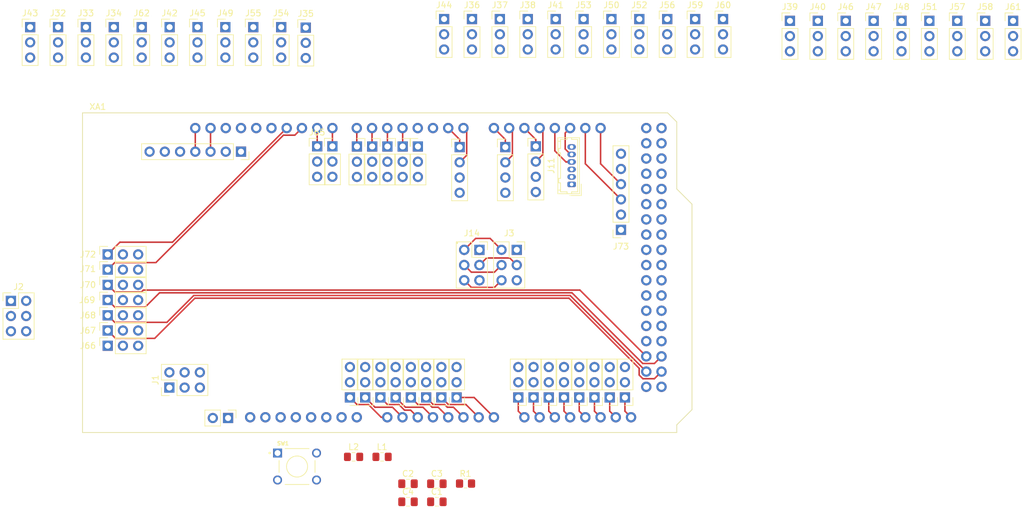
<source format=kicad_pcb>
(kicad_pcb (version 20171130) (host pcbnew "(5.1.12)-1")
  (layers (0 F.Cu signal) (31 B.Cu signal) (34 B.Paste user) (35 F.Paste user) (36 B.SilkS user) (37 F.SilkS user) (38 B.Mask user) (39 F.Mask user) (44 Edge.Cuts user))
  (net 0 "")
  (net 1 GND)
  (net 2 +3V3)
  (net 3 +5V)
  (net 4 /VIN)
  (net 5 "Net-(J6-Pad7)")
  (net 6 /ACCEL/SCL)
  (net 7 /ACCEL/SDA)
  (net 8 "Net-(J6-Pad2)")
  (net 9 "Net-(J6-Pad1)")
  (net 10 "Net-(J7-Pad2)")
  (net 11 /ESCs/D04)
  (net 12 "Net-(J8-Pad2)")
  (net 13 /ESCs/D05)
  (net 14 "Net-(J9-Pad2)")
  (net 15 /ESCs/D06)
  (net 16 "Net-(J10-Pad2)")
  (net 17 /ESCs/D07)
  (net 18 /GPS/TX)
  (net 19 /GPS/RX)
  (net 20 "Net-(J11-Pad3)")
  (net 21 "Net-(J11-Pad2)")
  (net 22 /arduino_mega_2560/DGND)
  (net 23 /arduino_mega_2560/SERIAL_COMUNICATION_BUS/TX0)
  (net 24 /arduino_mega_2560/SERIAL_COMUNICATION_BUS/RX0)
  (net 25 /arduino_mega_2560/SERIAL_COMUNICATION_BUS/TX2)
  (net 26 /arduino_mega_2560/SERIAL_COMUNICATION_BUS/RX2)
  (net 27 /arduino_mega_2560/SERIAL_COMUNICATION_BUS/SPI_RST)
  (net 28 /arduino_mega_2560/SERIAL_COMUNICATION_BUS/SCK)
  (net 29 /arduino_mega_2560/SERIAL_COMUNICATION_BUS/MOSI)
  (net 30 /arduino_mega_2560/SERIAL_COMUNICATION_BUS/MISO)
  (net 31 /arduino_mega_2560/SERIAL_COMUNICATION_BUS/TX3)
  (net 32 /arduino_mega_2560/SERIAL_COMUNICATION_BUS/RX3)
  (net 33 /arduino_mega_2560/AGND)
  (net 34 /arduino_mega_2560/ANALOG_PINS/A0)
  (net 35 /arduino_mega_2560/ANALOG_PINS/A1)
  (net 36 /arduino_mega_2560/ANALOG_PINS/A2)
  (net 37 /arduino_mega_2560/ANALOG_PINS/A3)
  (net 38 /arduino_mega_2560/ANALOG_PINS/A4)
  (net 39 /arduino_mega_2560/ANALOG_PINS/A5)
  (net 40 /arduino_mega_2560/ANALOG_PINS/A6)
  (net 41 /arduino_mega_2560/ANALOG_PINS/A7)
  (net 42 /arduino_mega_2560/ANALOG_PINS/A8)
  (net 43 /arduino_mega_2560/ANALOG_PINS/A9)
  (net 44 /arduino_mega_2560/ANALOG_PINS/A10)
  (net 45 /arduino_mega_2560/ANALOG_PINS/A11)
  (net 46 /arduino_mega_2560/ANALOG_PINS/A12)
  (net 47 /arduino_mega_2560/ANALOG_PINS/A13)
  (net 48 /arduino_mega_2560/ANALOG_PINS/A14)
  (net 49 /arduino_mega_2560/ANALOG_PINS/A15)
  (net 50 /arduino_mega_2560/DIGITAL_PINS/D12)
  (net 51 /arduino_mega_2560/DIGITAL_PINS/D13)
  (net 52 /arduino_mega_2560/DIGITAL_PINS/D22)
  (net 53 /arduino_mega_2560/DIGITAL_PINS/D23)
  (net 54 /arduino_mega_2560/DIGITAL_PINS/D24)
  (net 55 /arduino_mega_2560/DIGITAL_PINS/D25)
  (net 56 /arduino_mega_2560/DIGITAL_PINS/D26)
  (net 57 /arduino_mega_2560/DIGITAL_PINS/D27)
  (net 58 /arduino_mega_2560/DIGITAL_PINS/D28)
  (net 59 /arduino_mega_2560/DIGITAL_PINS/D29)
  (net 60 /arduino_mega_2560/DIGITAL_PINS/D30)
  (net 61 /arduino_mega_2560/DIGITAL_PINS/D31)
  (net 62 /arduino_mega_2560/DIGITAL_PINS/D32)
  (net 63 /arduino_mega_2560/DIGITAL_PINS/D33)
  (net 64 /arduino_mega_2560/DIGITAL_PINS/D34)
  (net 65 /arduino_mega_2560/DIGITAL_PINS/D35)
  (net 66 /arduino_mega_2560/DIGITAL_PINS/D36)
  (net 67 /arduino_mega_2560/DIGITAL_PINS/D37)
  (net 68 /arduino_mega_2560/DIGITAL_PINS/D38)
  (net 69 /arduino_mega_2560/DIGITAL_PINS/D39)
  (net 70 /arduino_mega_2560/DIGITAL_PINS/D40)
  (net 71 /arduino_mega_2560/DIGITAL_PINS/D41)
  (net 72 /arduino_mega_2560/DIGITAL_PINS/D42)
  (net 73 /arduino_mega_2560/DIGITAL_PINS/D43)
  (net 74 /arduino_mega_2560/DIGITAL_PINS/D44)
  (net 75 /arduino_mega_2560/DIGITAL_PINS/D45)
  (net 76 /arduino_mega_2560/DIGITAL_PINS/D46)
  (net 77 /arduino_mega_2560/DIGITAL_PINS/D47)
  (net 78 /arduino_mega_2560/DIGITAL_PINS/D48)
  (net 79 /arduino_mega_2560/DIGITAL_PINS/D49)
  (net 80 /arduino_mega_2560/DIGITAL_PINS/D2_INTO0)
  (net 81 /arduino_mega_2560/DIGITAL_PINS/D3_INTO1)
  (net 82 /arduino_mega_2560/DIGITAL_PINS/D8_PWM)
  (net 83 /arduino_mega_2560/DIGITAL_PINS/D9_PWM)
  (net 84 "Net-(J66-Pad1)")
  (net 85 "Net-(J67-Pad3)")
  (net 86 "Net-(J67-Pad2)")
  (net 87 /Receiver/D53)
  (net 88 "Net-(J68-Pad3)")
  (net 89 "Net-(J68-Pad2)")
  (net 90 /Receiver/D52)
  (net 91 "Net-(J69-Pad3)")
  (net 92 "Net-(J69-Pad2)")
  (net 93 /Receiver/D51)
  (net 94 "Net-(J70-Pad3)")
  (net 95 "Net-(J70-Pad2)")
  (net 96 /Receiver/D50)
  (net 97 "Net-(J71-Pad3)")
  (net 98 "Net-(J71-Pad2)")
  (net 99 /Receiver/D10)
  (net 100 "Net-(J72-Pad3)")
  (net 101 "Net-(J72-Pad2)")
  (net 102 /Receiver/D11)
  (net 103 /BAROMETRO/SCL)
  (net 104 /BAROMETRO/SDA)
  (net 105 "Net-(J73-Pad2)")
  (net 106 "Net-(J73-Pad1)")
  (net 107 /~RST)
  (net 108 "Net-(XA1-PadAREF)")
  (net 109 "Net-(XA1-PadIORF)")
  (module Connector_PinHeader_2.54mm:PinHeader_1x03_P2.54mm_Vertical (layer F.Cu) (at 190.754 109.728 180)
    (fp_text reference J31 hide)
    (fp_text value Conn_01x03_Male)
    (pad 3 thru_hole oval (at 0 5.08 180) (size 1.7 1.7) (drill 1) (layers *.Cu *.Mask) (net 33 /arduino_mega_2560/AGND))
    (pad 2 thru_hole oval (at 0 2.54 180) (size 1.7 1.7) (drill 1) (layers *.Cu *.Mask) (net 3 +5V))
    (pad 1 thru_hole rect (at 0 0 180) (size 1.7 1.7) (drill 1) (layers *.Cu *.Mask) (net 49 /arduino_mega_2560/ANALOG_PINS/A15))
  )
  (module Connector_PinHeader_2.54mm:PinHeader_1x03_P2.54mm_Vertical (layer F.Cu) (at 188.214 109.728 180)
    (fp_text reference J30 hide)
    (fp_text value Conn_01x03_Male)
    (pad 3 thru_hole oval (at 0 5.08 180) (size 1.7 1.7) (drill 1) (layers *.Cu *.Mask) (net 33 /arduino_mega_2560/AGND))
    (pad 2 thru_hole oval (at 0 2.54 180) (size 1.7 1.7) (drill 1) (layers *.Cu *.Mask) (net 3 +5V))
    (pad 1 thru_hole rect (at 0 0 180) (size 1.7 1.7) (drill 1) (layers *.Cu *.Mask) (net 48 /arduino_mega_2560/ANALOG_PINS/A14))
  )
  (module Connector_PinHeader_2.54mm:PinHeader_1x03_P2.54mm_Vertical (layer F.Cu) (at 185.674 109.728 180)
    (fp_text reference J29 hide)
    (fp_text value Conn_01x03_Male)
    (pad 3 thru_hole oval (at 0 5.08 180) (size 1.7 1.7) (drill 1) (layers *.Cu *.Mask) (net 33 /arduino_mega_2560/AGND))
    (pad 2 thru_hole oval (at 0 2.54 180) (size 1.7 1.7) (drill 1) (layers *.Cu *.Mask) (net 3 +5V))
    (pad 1 thru_hole rect (at 0 0 180) (size 1.7 1.7) (drill 1) (layers *.Cu *.Mask) (net 47 /arduino_mega_2560/ANALOG_PINS/A13))
  )
  (module Connector_PinHeader_2.54mm:PinHeader_1x03_P2.54mm_Vertical (layer F.Cu) (at 183.134 109.728 180)
    (fp_text reference J28 hide)
    (fp_text value Conn_01x03_Male)
    (pad 3 thru_hole oval (at 0 5.08 180) (size 1.7 1.7) (drill 1) (layers *.Cu *.Mask) (net 33 /arduino_mega_2560/AGND))
    (pad 2 thru_hole oval (at 0 2.54 180) (size 1.7 1.7) (drill 1) (layers *.Cu *.Mask) (net 3 +5V))
    (pad 1 thru_hole rect (at 0 0 180) (size 1.7 1.7) (drill 1) (layers *.Cu *.Mask) (net 46 /arduino_mega_2560/ANALOG_PINS/A12))
  )
  (module Connector_PinHeader_2.54mm:PinHeader_1x03_P2.54mm_Vertical (layer F.Cu) (at 180.594 109.728 180)
    (fp_text reference J27 hide)
    (fp_text value Conn_01x03_Male)
    (pad 3 thru_hole oval (at 0 5.08 180) (size 1.7 1.7) (drill 1) (layers *.Cu *.Mask) (net 33 /arduino_mega_2560/AGND))
    (pad 2 thru_hole oval (at 0 2.54 180) (size 1.7 1.7) (drill 1) (layers *.Cu *.Mask) (net 3 +5V))
    (pad 1 thru_hole rect (at 0 0 180) (size 1.7 1.7) (drill 1) (layers *.Cu *.Mask) (net 45 /arduino_mega_2560/ANALOG_PINS/A11))
  )
  (module Connector_PinHeader_2.54mm:PinHeader_1x03_P2.54mm_Vertical (layer F.Cu) (at 178.054 109.728 180)
    (fp_text reference J26 hide)
    (fp_text value Conn_01x03_Male)
    (pad 3 thru_hole oval (at 0 5.08 180) (size 1.7 1.7) (drill 1) (layers *.Cu *.Mask) (net 33 /arduino_mega_2560/AGND))
    (pad 2 thru_hole oval (at 0 2.54 180) (size 1.7 1.7) (drill 1) (layers *.Cu *.Mask) (net 3 +5V))
    (pad 1 thru_hole rect (at 0 0 180) (size 1.7 1.7) (drill 1) (layers *.Cu *.Mask) (net 44 /arduino_mega_2560/ANALOG_PINS/A10))
  )
  (module Connector_PinHeader_2.54mm:PinHeader_1x03_P2.54mm_Vertical (layer F.Cu) (at 175.514 109.728 180)
    (fp_text reference J25 hide)
    (fp_text value Conn_01x03_Male)
    (pad 3 thru_hole oval (at 0 5.08 180) (size 1.7 1.7) (drill 1) (layers *.Cu *.Mask) (net 33 /arduino_mega_2560/AGND))
    (pad 2 thru_hole oval (at 0 2.54 180) (size 1.7 1.7) (drill 1) (layers *.Cu *.Mask) (net 3 +5V))
    (pad 1 thru_hole rect (at 0 0 180) (size 1.7 1.7) (drill 1) (layers *.Cu *.Mask) (net 43 /arduino_mega_2560/ANALOG_PINS/A9))
  )
  (module Connector_PinHeader_2.54mm:PinHeader_1x03_P2.54mm_Vertical (layer F.Cu) (at 172.974 109.728 180)
    (fp_text reference J24 hide)
    (fp_text value Conn_01x03_Male)
    (pad 3 thru_hole oval (at 0 5.08 180) (size 1.7 1.7) (drill 1) (layers *.Cu *.Mask) (net 33 /arduino_mega_2560/AGND))
    (pad 2 thru_hole oval (at 0 2.54 180) (size 1.7 1.7) (drill 1) (layers *.Cu *.Mask) (net 3 +5V))
    (pad 1 thru_hole rect (at 0 0 180) (size 1.7 1.7) (drill 1) (layers *.Cu *.Mask) (net 42 /arduino_mega_2560/ANALOG_PINS/A8))
  )
  (module Connector_PinHeader_2.54mm:PinHeader_1x03_P2.54mm_Vertical (layer F.Cu) (at 162.687 109.728 180)
    (fp_text reference J23 hide)
    (fp_text value Conn_01x03_Male)
    (pad 3 thru_hole oval (at 0 5.08 180) (size 1.7 1.7) (drill 1) (layers *.Cu *.Mask) (net 33 /arduino_mega_2560/AGND))
    (pad 2 thru_hole oval (at 0 2.54 180) (size 1.7 1.7) (drill 1) (layers *.Cu *.Mask) (net 3 +5V))
    (pad 1 thru_hole rect (at 0 0 180) (size 1.7 1.7) (drill 1) (layers *.Cu *.Mask) (net 41 /arduino_mega_2560/ANALOG_PINS/A7))
  )
  (module Connector_PinHeader_2.54mm:PinHeader_1x03_P2.54mm_Vertical (layer F.Cu) (at 160.147 109.728 180)
    (fp_text reference J22 hide)
    (fp_text value Conn_01x03_Male)
    (pad 3 thru_hole oval (at 0 5.08 180) (size 1.7 1.7) (drill 1) (layers *.Cu *.Mask) (net 33 /arduino_mega_2560/AGND))
    (pad 2 thru_hole oval (at 0 2.54 180) (size 1.7 1.7) (drill 1) (layers *.Cu *.Mask) (net 3 +5V))
    (pad 1 thru_hole rect (at 0 0 180) (size 1.7 1.7) (drill 1) (layers *.Cu *.Mask) (net 40 /arduino_mega_2560/ANALOG_PINS/A6))
  )
  (module Connector_PinHeader_2.54mm:PinHeader_1x03_P2.54mm_Vertical (layer F.Cu) (at 157.607 109.728 180)
    (fp_text reference J21 hide)
    (fp_text value Conn_01x03_Male)
    (pad 3 thru_hole oval (at 0 5.08 180) (size 1.7 1.7) (drill 1) (layers *.Cu *.Mask) (net 33 /arduino_mega_2560/AGND))
    (pad 2 thru_hole oval (at 0 2.54 180) (size 1.7 1.7) (drill 1) (layers *.Cu *.Mask) (net 3 +5V))
    (pad 1 thru_hole rect (at 0 0 180) (size 1.7 1.7) (drill 1) (layers *.Cu *.Mask) (net 39 /arduino_mega_2560/ANALOG_PINS/A5))
  )
  (module Connector_PinHeader_2.54mm:PinHeader_1x03_P2.54mm_Vertical (layer F.Cu) (at 155.067 109.728 180)
    (fp_text reference J20 hide)
    (fp_text value Conn_01x03_Male)
    (pad 3 thru_hole oval (at 0 5.08 180) (size 1.7 1.7) (drill 1) (layers *.Cu *.Mask) (net 33 /arduino_mega_2560/AGND))
    (pad 2 thru_hole oval (at 0 2.54 180) (size 1.7 1.7) (drill 1) (layers *.Cu *.Mask) (net 3 +5V))
    (pad 1 thru_hole rect (at 0 0 180) (size 1.7 1.7) (drill 1) (layers *.Cu *.Mask) (net 38 /arduino_mega_2560/ANALOG_PINS/A4))
  )
  (module Connector_PinHeader_2.54mm:PinHeader_1x03_P2.54mm_Vertical (layer F.Cu) (at 152.527 109.728 180)
    (fp_text reference J19 hide)
    (fp_text value Conn_01x03_Male)
    (pad 3 thru_hole oval (at 0 5.08 180) (size 1.7 1.7) (drill 1) (layers *.Cu *.Mask) (net 33 /arduino_mega_2560/AGND))
    (pad 2 thru_hole oval (at 0 2.54 180) (size 1.7 1.7) (drill 1) (layers *.Cu *.Mask) (net 3 +5V))
    (pad 1 thru_hole rect (at 0 0 180) (size 1.7 1.7) (drill 1) (layers *.Cu *.Mask) (net 37 /arduino_mega_2560/ANALOG_PINS/A3))
  )
  (module Connector_PinHeader_2.54mm:PinHeader_1x03_P2.54mm_Vertical (layer F.Cu) (at 149.987 109.728 180)
    (fp_text reference J18 hide)
    (fp_text value Conn_01x03_Male)
    (pad 3 thru_hole oval (at 0 5.08 180) (size 1.7 1.7) (drill 1) (layers *.Cu *.Mask) (net 33 /arduino_mega_2560/AGND))
    (pad 2 thru_hole oval (at 0 2.54 180) (size 1.7 1.7) (drill 1) (layers *.Cu *.Mask) (net 3 +5V))
    (pad 1 thru_hole rect (at 0 0 180) (size 1.7 1.7) (drill 1) (layers *.Cu *.Mask) (net 36 /arduino_mega_2560/ANALOG_PINS/A2))
  )
  (module Connector_PinHeader_2.54mm:PinHeader_1x03_P2.54mm_Vertical (layer F.Cu) (at 147.447 109.728 180)
    (fp_text reference J17 hide)
    (fp_text value Conn_01x03_Male)
    (pad 3 thru_hole oval (at 0 5.08 180) (size 1.7 1.7) (drill 1) (layers *.Cu *.Mask) (net 33 /arduino_mega_2560/AGND))
    (pad 2 thru_hole oval (at 0 2.54 180) (size 1.7 1.7) (drill 1) (layers *.Cu *.Mask) (net 3 +5V))
    (pad 1 thru_hole rect (at 0 0 180) (size 1.7 1.7) (drill 1) (layers *.Cu *.Mask) (net 35 /arduino_mega_2560/ANALOG_PINS/A1))
  )
  (module Connector_PinHeader_2.54mm:PinHeader_1x03_P2.54mm_Vertical (layer F.Cu) (at 144.907 109.728 180)
    (fp_text reference J16 hide)
    (fp_text value Conn_01x03_Male)
    (pad 3 thru_hole oval (at 0 5.08 180) (size 1.7 1.7) (drill 1) (layers *.Cu *.Mask) (net 33 /arduino_mega_2560/AGND))
    (pad 2 thru_hole oval (at 0 2.54 180) (size 1.7 1.7) (drill 1) (layers *.Cu *.Mask) (net 3 +5V))
    (pad 1 thru_hole rect (at 0 0 180) (size 1.7 1.7) (drill 1) (layers *.Cu *.Mask) (net 34 /arduino_mega_2560/ANALOG_PINS/A0))
  )
  (module Arduino:Arduino_Mega2560_Shield (layer F.Cu) (at 100.33 115.57)
    (fp_text reference XA1 (at 2.54 -54.356) (layer F.SilkS))
    (fp_text value Arduino_Mega2560_Shield)
    (fp_text user . (at 62.484 -32.004) (layer F.SilkS))
    (pad RST2 thru_hole oval (at 63.627 -25.4) (size 1.7272 1.7272) (drill 1.016) (layers *.Cu *.Mask) (net 27 /arduino_mega_2560/SERIAL_COMUNICATION_BUS/SPI_RST))
    (pad GND4 thru_hole oval (at 66.167 -25.4) (size 1.7272 1.7272) (drill 1.016) (layers *.Cu *.Mask) (net 1 GND))
    (pad MOSI thru_hole oval (at 66.167 -27.94) (size 1.7272 1.7272) (drill 1.016) (layers *.Cu *.Mask) (net 29 /arduino_mega_2560/SERIAL_COMUNICATION_BUS/MOSI))
    (pad SCK thru_hole oval (at 63.627 -27.94) (size 1.7272 1.7272) (drill 1.016) (layers *.Cu *.Mask) (net 28 /arduino_mega_2560/SERIAL_COMUNICATION_BUS/SCK))
    (pad 5V2 thru_hole oval (at 66.167 -30.48) (size 1.7272 1.7272) (drill 1.016) (layers *.Cu *.Mask) (net 3 +5V))
    (pad A0 thru_hole oval (at 50.8 -2.54) (size 1.7272 1.7272) (drill 1.016) (layers *.Cu *.Mask) (net 34 /arduino_mega_2560/ANALOG_PINS/A0))
    (pad VIN thru_hole oval (at 45.72 -2.54) (size 1.7272 1.7272) (drill 1.016) (layers *.Cu *.Mask) (net 4 /VIN))
    (pad GND3 thru_hole oval (at 43.18 -2.54) (size 1.7272 1.7272) (drill 1.016) (layers *.Cu *.Mask) (net 1 GND))
    (pad GND2 thru_hole oval (at 40.64 -2.54) (size 1.7272 1.7272) (drill 1.016) (layers *.Cu *.Mask) (net 1 GND))
    (pad 5V1 thru_hole oval (at 38.1 -2.54) (size 1.7272 1.7272) (drill 1.016) (layers *.Cu *.Mask) (net 3 +5V))
    (pad 3V3 thru_hole oval (at 35.56 -2.54) (size 1.7272 1.7272) (drill 1.016) (layers *.Cu *.Mask) (net 2 +3V3))
    (pad RST1 thru_hole oval (at 33.02 -2.54) (size 1.7272 1.7272) (drill 1.016) (layers *.Cu *.Mask) (net 107 /~RST))
    (pad IORF thru_hole oval (at 30.48 -2.54) (size 1.7272 1.7272) (drill 1.016) (layers *.Cu *.Mask) (net 109 "Net-(XA1-PadIORF)"))
    (pad D21 thru_hole oval (at 86.36 -50.8) (size 1.7272 1.7272) (drill 1.016) (layers *.Cu *.Mask) (net 103 /BAROMETRO/SCL))
    (pad D20 thru_hole oval (at 83.82 -50.8) (size 1.7272 1.7272) (drill 1.016) (layers *.Cu *.Mask) (net 104 /BAROMETRO/SDA))
    (pad D19 thru_hole oval (at 81.28 -50.8) (size 1.7272 1.7272) (drill 1.016) (layers *.Cu *.Mask) (net 18 /GPS/TX))
    (pad D18 thru_hole oval (at 78.74 -50.8) (size 1.7272 1.7272) (drill 1.016) (layers *.Cu *.Mask) (net 19 /GPS/RX))
    (pad D17 thru_hole oval (at 76.2 -50.8) (size 1.7272 1.7272) (drill 1.016) (layers *.Cu *.Mask) (net 25 /arduino_mega_2560/SERIAL_COMUNICATION_BUS/TX2))
    (pad D16 thru_hole oval (at 73.66 -50.8) (size 1.7272 1.7272) (drill 1.016) (layers *.Cu *.Mask) (net 26 /arduino_mega_2560/SERIAL_COMUNICATION_BUS/RX2))
    (pad D15 thru_hole oval (at 71.12 -50.8) (size 1.7272 1.7272) (drill 1.016) (layers *.Cu *.Mask) (net 31 /arduino_mega_2560/SERIAL_COMUNICATION_BUS/TX3))
    (pad D14 thru_hole oval (at 68.58 -50.8) (size 1.7272 1.7272) (drill 1.016) (layers *.Cu *.Mask) (net 32 /arduino_mega_2560/SERIAL_COMUNICATION_BUS/RX3))
    (pad D0 thru_hole oval (at 63.5 -50.8) (size 1.7272 1.7272) (drill 1.016) (layers *.Cu *.Mask) (net 23 /arduino_mega_2560/SERIAL_COMUNICATION_BUS/TX0))
    (pad D1 thru_hole oval (at 60.96 -50.8) (size 1.7272 1.7272) (drill 1.016) (layers *.Cu *.Mask) (net 24 /arduino_mega_2560/SERIAL_COMUNICATION_BUS/RX0))
    (pad D2 thru_hole oval (at 58.42 -50.8) (size 1.7272 1.7272) (drill 1.016) (layers *.Cu *.Mask) (net 80 /arduino_mega_2560/DIGITAL_PINS/D2_INTO0))
    (pad D3 thru_hole oval (at 55.88 -50.8) (size 1.7272 1.7272) (drill 1.016) (layers *.Cu *.Mask) (net 81 /arduino_mega_2560/DIGITAL_PINS/D3_INTO1))
    (pad D4 thru_hole oval (at 53.34 -50.8) (size 1.7272 1.7272) (drill 1.016) (layers *.Cu *.Mask) (net 11 /ESCs/D04))
    (pad D5 thru_hole oval (at 50.8 -50.8) (size 1.7272 1.7272) (drill 1.016) (layers *.Cu *.Mask) (net 13 /ESCs/D05))
    (pad D6 thru_hole oval (at 48.26 -50.8) (size 1.7272 1.7272) (drill 1.016) (layers *.Cu *.Mask) (net 15 /ESCs/D06))
    (pad D7 thru_hole oval (at 45.72 -50.8) (size 1.7272 1.7272) (drill 1.016) (layers *.Cu *.Mask) (net 17 /ESCs/D07))
    (pad GND1 thru_hole oval (at 26.416 -50.8) (size 1.7272 1.7272) (drill 1.016) (layers *.Cu *.Mask) (net 1 GND))
    (pad D8 thru_hole oval (at 41.656 -50.8) (size 1.7272 1.7272) (drill 1.016) (layers *.Cu *.Mask) (net 82 /arduino_mega_2560/DIGITAL_PINS/D8_PWM))
    (pad D9 thru_hole oval (at 39.116 -50.8) (size 1.7272 1.7272) (drill 1.016) (layers *.Cu *.Mask) (net 83 /arduino_mega_2560/DIGITAL_PINS/D9_PWM))
    (pad D10 thru_hole oval (at 36.576 -50.8) (size 1.7272 1.7272) (drill 1.016) (layers *.Cu *.Mask) (net 99 /Receiver/D10))
    (pad "" np_thru_hole circle (at 66.04 -7.62) (size 3.2 3.2) (drill 3.2) (layers *.Cu *.Mask))
    (pad "" np_thru_hole circle (at 66.04 -35.56) (size 3.2 3.2) (drill 3.2) (layers *.Cu *.Mask))
    (pad "" np_thru_hole circle (at 90.17 -50.8) (size 3.2 3.2) (drill 3.2) (layers *.Cu *.Mask))
    (pad "" np_thru_hole circle (at 15.24 -50.8) (size 3.2 3.2) (drill 3.2) (layers *.Cu *.Mask))
    (pad "" np_thru_hole circle (at 96.52 -2.54) (size 3.2 3.2) (drill 3.2) (layers *.Cu *.Mask))
    (pad "" np_thru_hole circle (at 13.97 -2.54) (size 3.2 3.2) (drill 3.2) (layers *.Cu *.Mask))
    (pad SCL thru_hole oval (at 18.796 -50.8) (size 1.7272 1.7272) (drill 1.016) (layers *.Cu *.Mask) (net 6 /ACCEL/SCL))
    (pad SDA thru_hole oval (at 21.336 -50.8) (size 1.7272 1.7272) (drill 1.016) (layers *.Cu *.Mask) (net 7 /ACCEL/SDA))
    (pad AREF thru_hole oval (at 23.876 -50.8) (size 1.7272 1.7272) (drill 1.016) (layers *.Cu *.Mask) (net 108 "Net-(XA1-PadAREF)"))
    (pad D13 thru_hole oval (at 28.956 -50.8) (size 1.7272 1.7272) (drill 1.016) (layers *.Cu *.Mask) (net 51 /arduino_mega_2560/DIGITAL_PINS/D13))
    (pad D12 thru_hole oval (at 31.496 -50.8) (size 1.7272 1.7272) (drill 1.016) (layers *.Cu *.Mask) (net 50 /arduino_mega_2560/DIGITAL_PINS/D12))
    (pad D11 thru_hole oval (at 34.036 -50.8) (size 1.7272 1.7272) (drill 1.016) (layers *.Cu *.Mask) (net 102 /Receiver/D11))
    (pad "" thru_hole oval (at 27.94 -2.54) (size 1.7272 1.7272) (drill 1.016) (layers *.Cu *.Mask))
    (pad A1 thru_hole oval (at 53.34 -2.54) (size 1.7272 1.7272) (drill 1.016) (layers *.Cu *.Mask) (net 35 /arduino_mega_2560/ANALOG_PINS/A1))
    (pad A2 thru_hole oval (at 55.88 -2.54) (size 1.7272 1.7272) (drill 1.016) (layers *.Cu *.Mask) (net 36 /arduino_mega_2560/ANALOG_PINS/A2))
    (pad A3 thru_hole oval (at 58.42 -2.54) (size 1.7272 1.7272) (drill 1.016) (layers *.Cu *.Mask) (net 37 /arduino_mega_2560/ANALOG_PINS/A3))
    (pad A4 thru_hole oval (at 60.96 -2.54) (size 1.7272 1.7272) (drill 1.016) (layers *.Cu *.Mask) (net 38 /arduino_mega_2560/ANALOG_PINS/A4))
    (pad A5 thru_hole oval (at 63.5 -2.54) (size 1.7272 1.7272) (drill 1.016) (layers *.Cu *.Mask) (net 39 /arduino_mega_2560/ANALOG_PINS/A5))
    (pad A6 thru_hole oval (at 66.04 -2.54) (size 1.7272 1.7272) (drill 1.016) (layers *.Cu *.Mask) (net 40 /arduino_mega_2560/ANALOG_PINS/A6))
    (pad A7 thru_hole oval (at 68.58 -2.54) (size 1.7272 1.7272) (drill 1.016) (layers *.Cu *.Mask) (net 41 /arduino_mega_2560/ANALOG_PINS/A7))
    (pad A8 thru_hole oval (at 73.66 -2.54) (size 1.7272 1.7272) (drill 1.016) (layers *.Cu *.Mask) (net 42 /arduino_mega_2560/ANALOG_PINS/A8))
    (pad A9 thru_hole oval (at 76.2 -2.54) (size 1.7272 1.7272) (drill 1.016) (layers *.Cu *.Mask) (net 43 /arduino_mega_2560/ANALOG_PINS/A9))
    (pad A10 thru_hole oval (at 78.74 -2.54) (size 1.7272 1.7272) (drill 1.016) (layers *.Cu *.Mask) (net 44 /arduino_mega_2560/ANALOG_PINS/A10))
    (pad A11 thru_hole oval (at 81.28 -2.54) (size 1.7272 1.7272) (drill 1.016) (layers *.Cu *.Mask) (net 45 /arduino_mega_2560/ANALOG_PINS/A11))
    (pad A12 thru_hole oval (at 83.82 -2.54) (size 1.7272 1.7272) (drill 1.016) (layers *.Cu *.Mask) (net 46 /arduino_mega_2560/ANALOG_PINS/A12))
    (pad A13 thru_hole oval (at 86.36 -2.54) (size 1.7272 1.7272) (drill 1.016) (layers *.Cu *.Mask) (net 47 /arduino_mega_2560/ANALOG_PINS/A13))
    (pad A14 thru_hole oval (at 88.9 -2.54) (size 1.7272 1.7272) (drill 1.016) (layers *.Cu *.Mask) (net 48 /arduino_mega_2560/ANALOG_PINS/A14))
    (pad A15 thru_hole oval (at 91.44 -2.54) (size 1.7272 1.7272) (drill 1.016) (layers *.Cu *.Mask) (net 49 /arduino_mega_2560/ANALOG_PINS/A15))
    (pad 5V3 thru_hole oval (at 93.98 -50.8) (size 1.7272 1.7272) (drill 1.016) (layers *.Cu *.Mask) (net 3 +5V))
    (pad 5V4 thru_hole oval (at 96.52 -50.8) (size 1.7272 1.7272) (drill 1.016) (layers *.Cu *.Mask) (net 3 +5V))
    (pad D22 thru_hole oval (at 93.98 -48.26) (size 1.7272 1.7272) (drill 1.016) (layers *.Cu *.Mask) (net 52 /arduino_mega_2560/DIGITAL_PINS/D22))
    (pad D23 thru_hole oval (at 96.52 -48.26) (size 1.7272 1.7272) (drill 1.016) (layers *.Cu *.Mask) (net 53 /arduino_mega_2560/DIGITAL_PINS/D23))
    (pad D24 thru_hole oval (at 93.98 -45.72) (size 1.7272 1.7272) (drill 1.016) (layers *.Cu *.Mask) (net 54 /arduino_mega_2560/DIGITAL_PINS/D24))
    (pad D25 thru_hole oval (at 96.52 -45.72) (size 1.7272 1.7272) (drill 1.016) (layers *.Cu *.Mask) (net 55 /arduino_mega_2560/DIGITAL_PINS/D25))
    (pad D26 thru_hole oval (at 93.98 -43.18) (size 1.7272 1.7272) (drill 1.016) (layers *.Cu *.Mask) (net 56 /arduino_mega_2560/DIGITAL_PINS/D26))
    (pad D27 thru_hole oval (at 96.52 -43.18) (size 1.7272 1.7272) (drill 1.016) (layers *.Cu *.Mask) (net 57 /arduino_mega_2560/DIGITAL_PINS/D27))
    (pad D28 thru_hole oval (at 93.98 -40.64) (size 1.7272 1.7272) (drill 1.016) (layers *.Cu *.Mask) (net 58 /arduino_mega_2560/DIGITAL_PINS/D28))
    (pad D29 thru_hole oval (at 96.52 -40.64) (size 1.7272 1.7272) (drill 1.016) (layers *.Cu *.Mask) (net 59 /arduino_mega_2560/DIGITAL_PINS/D29))
    (pad D30 thru_hole oval (at 93.98 -38.1) (size 1.7272 1.7272) (drill 1.016) (layers *.Cu *.Mask) (net 60 /arduino_mega_2560/DIGITAL_PINS/D30))
    (pad D31 thru_hole oval (at 96.52 -38.1) (size 1.7272 1.7272) (drill 1.016) (layers *.Cu *.Mask) (net 61 /arduino_mega_2560/DIGITAL_PINS/D31))
    (pad D32 thru_hole oval (at 93.98 -35.56) (size 1.7272 1.7272) (drill 1.016) (layers *.Cu *.Mask) (net 62 /arduino_mega_2560/DIGITAL_PINS/D32))
    (pad D33 thru_hole oval (at 96.52 -35.56) (size 1.7272 1.7272) (drill 1.016) (layers *.Cu *.Mask) (net 63 /arduino_mega_2560/DIGITAL_PINS/D33))
    (pad D34 thru_hole oval (at 93.98 -33.02) (size 1.7272 1.7272) (drill 1.016) (layers *.Cu *.Mask) (net 64 /arduino_mega_2560/DIGITAL_PINS/D34))
    (pad D35 thru_hole oval (at 96.52 -33.02) (size 1.7272 1.7272) (drill 1.016) (layers *.Cu *.Mask) (net 65 /arduino_mega_2560/DIGITAL_PINS/D35))
    (pad D36 thru_hole oval (at 93.98 -30.48) (size 1.7272 1.7272) (drill 1.016) (layers *.Cu *.Mask) (net 66 /arduino_mega_2560/DIGITAL_PINS/D36))
    (pad D37 thru_hole oval (at 96.52 -30.48) (size 1.7272 1.7272) (drill 1.016) (layers *.Cu *.Mask) (net 67 /arduino_mega_2560/DIGITAL_PINS/D37))
    (pad D38 thru_hole oval (at 93.98 -27.94) (size 1.7272 1.7272) (drill 1.016) (layers *.Cu *.Mask) (net 68 /arduino_mega_2560/DIGITAL_PINS/D38))
    (pad D39 thru_hole oval (at 96.52 -27.94) (size 1.7272 1.7272) (drill 1.016) (layers *.Cu *.Mask) (net 69 /arduino_mega_2560/DIGITAL_PINS/D39))
    (pad D40 thru_hole oval (at 93.98 -25.4) (size 1.7272 1.7272) (drill 1.016) (layers *.Cu *.Mask) (net 70 /arduino_mega_2560/DIGITAL_PINS/D40))
    (pad D41 thru_hole oval (at 96.52 -25.4) (size 1.7272 1.7272) (drill 1.016) (layers *.Cu *.Mask) (net 71 /arduino_mega_2560/DIGITAL_PINS/D41))
    (pad D42 thru_hole oval (at 93.98 -22.86) (size 1.7272 1.7272) (drill 1.016) (layers *.Cu *.Mask) (net 72 /arduino_mega_2560/DIGITAL_PINS/D42))
    (pad D43 thru_hole oval (at 96.52 -22.86) (size 1.7272 1.7272) (drill 1.016) (layers *.Cu *.Mask) (net 73 /arduino_mega_2560/DIGITAL_PINS/D43))
    (pad D44 thru_hole oval (at 93.98 -20.32) (size 1.7272 1.7272) (drill 1.016) (layers *.Cu *.Mask) (net 74 /arduino_mega_2560/DIGITAL_PINS/D44))
    (pad D45 thru_hole oval (at 96.52 -20.32) (size 1.7272 1.7272) (drill 1.016) (layers *.Cu *.Mask) (net 75 /arduino_mega_2560/DIGITAL_PINS/D45))
    (pad D46 thru_hole oval (at 93.98 -17.78) (size 1.7272 1.7272) (drill 1.016) (layers *.Cu *.Mask) (net 76 /arduino_mega_2560/DIGITAL_PINS/D46))
    (pad D47 thru_hole oval (at 96.52 -17.78) (size 1.7272 1.7272) (drill 1.016) (layers *.Cu *.Mask) (net 77 /arduino_mega_2560/DIGITAL_PINS/D47))
    (pad D48 thru_hole oval (at 93.98 -15.24) (size 1.7272 1.7272) (drill 1.016) (layers *.Cu *.Mask) (net 78 /arduino_mega_2560/DIGITAL_PINS/D48))
    (pad D49 thru_hole oval (at 96.52 -15.24) (size 1.7272 1.7272) (drill 1.016) (layers *.Cu *.Mask) (net 79 /arduino_mega_2560/DIGITAL_PINS/D49))
    (pad D50 thru_hole oval (at 93.98 -12.7) (size 1.7272 1.7272) (drill 1.016) (layers *.Cu *.Mask) (net 96 /Receiver/D50))
    (pad D51 thru_hole oval (at 96.52 -12.7) (size 1.7272 1.7272) (drill 1.016) (layers *.Cu *.Mask) (net 93 /Receiver/D51))
    (pad D52 thru_hole oval (at 93.98 -10.16) (size 1.7272 1.7272) (drill 1.016) (layers *.Cu *.Mask) (net 90 /Receiver/D52))
    (pad D53 thru_hole oval (at 96.52 -10.16) (size 1.7272 1.7272) (drill 1.016) (layers *.Cu *.Mask) (net 87 /Receiver/D53))
    (pad GND5 thru_hole oval (at 93.98 -7.62) (size 1.7272 1.7272) (drill 1.016) (layers *.Cu *.Mask) (net 1 GND))
    (pad GND6 thru_hole oval (at 96.52 -7.62) (size 1.7272 1.7272) (drill 1.016) (layers *.Cu *.Mask) (net 1 GND))
    (pad MISO thru_hole oval (at 63.627 -30.48) (size 1.7272 1.7272) (drill 1.016) (layers *.Cu *.Mask) (net 30 /arduino_mega_2560/SERIAL_COMUNICATION_BUS/MISO))
  )
  (module Connector_PinSocket_2.54mm:PinSocket_1x03_P2.54mm_Vertical (layer F.Cu) (at 104.521 85.852 90)
    (fp_text reference J72 (at 0 -3.302 180) (layer F.SilkS))
    (fp_text value Conn_01x03_Female)
    (pad 3 thru_hole oval (at 0 5.08 90) (size 1.7 1.7) (drill 1) (layers *.Cu *.Mask) (net 100 "Net-(J72-Pad3)"))
    (pad 2 thru_hole oval (at 0 2.54 90) (size 1.7 1.7) (drill 1) (layers *.Cu *.Mask) (net 101 "Net-(J72-Pad2)"))
    (pad 1 thru_hole rect (at 0 0 90) (size 1.7 1.7) (drill 1) (layers *.Cu *.Mask) (net 102 /Receiver/D11))
  )
  (module Connector_PinSocket_2.54mm:PinSocket_1x03_P2.54mm_Vertical (layer F.Cu) (at 104.521 88.392 90)
    (fp_text reference J71 (at 0.127 -3.302 180) (layer F.SilkS))
    (fp_text value Conn_01x03_Female)
    (pad 1 thru_hole rect (at 0 0 90) (size 1.7 1.7) (drill 1) (layers *.Cu *.Mask) (net 99 /Receiver/D10))
    (pad 2 thru_hole oval (at 0 2.54 90) (size 1.7 1.7) (drill 1) (layers *.Cu *.Mask) (net 98 "Net-(J71-Pad2)"))
    (pad 3 thru_hole oval (at 0 5.08 90) (size 1.7 1.7) (drill 1) (layers *.Cu *.Mask) (net 97 "Net-(J71-Pad3)"))
  )
  (module Connector_PinSocket_2.54mm:PinSocket_1x03_P2.54mm_Vertical (layer F.Cu) (at 104.521 90.932 90)
    (fp_text reference J70 (at 0 -3.302 180) (layer F.SilkS))
    (fp_text value Conn_01x03_Female)
    (pad 3 thru_hole oval (at 0 5.08 90) (size 1.7 1.7) (drill 1) (layers *.Cu *.Mask) (net 94 "Net-(J70-Pad3)"))
    (pad 2 thru_hole oval (at 0 2.54 90) (size 1.7 1.7) (drill 1) (layers *.Cu *.Mask) (net 95 "Net-(J70-Pad2)"))
    (pad 1 thru_hole rect (at 0 0 90) (size 1.7 1.7) (drill 1) (layers *.Cu *.Mask) (net 96 /Receiver/D50))
  )
  (module Connector_PinSocket_2.54mm:PinSocket_1x03_P2.54mm_Vertical (layer F.Cu) (at 104.521 93.472 90)
    (fp_text reference J69 (at 0 -3.429) (layer F.SilkS))
    (fp_text value Conn_01x03_Female)
    (pad 1 thru_hole rect (at 0 0 90) (size 1.7 1.7) (drill 1) (layers *.Cu *.Mask) (net 93 /Receiver/D51))
    (pad 2 thru_hole oval (at 0 2.54 90) (size 1.7 1.7) (drill 1) (layers *.Cu *.Mask) (net 92 "Net-(J69-Pad2)"))
    (pad 3 thru_hole oval (at 0 5.08 90) (size 1.7 1.7) (drill 1) (layers *.Cu *.Mask) (net 91 "Net-(J69-Pad3)"))
  )
  (module Connector_PinSocket_2.54mm:PinSocket_1x03_P2.54mm_Vertical (layer F.Cu) (at 104.521 96.012 90)
    (fp_text reference J68 (at 0 -3.302 180) (layer F.SilkS))
    (fp_text value Conn_01x03_Female)
    (pad 1 thru_hole rect (at 0 0 90) (size 1.7 1.7) (drill 1) (layers *.Cu *.Mask) (net 90 /Receiver/D52))
    (pad 2 thru_hole oval (at 0 2.54 90) (size 1.7 1.7) (drill 1) (layers *.Cu *.Mask) (net 89 "Net-(J68-Pad2)"))
    (pad 3 thru_hole oval (at 0 5.08 90) (size 1.7 1.7) (drill 1) (layers *.Cu *.Mask) (net 88 "Net-(J68-Pad3)"))
  )
  (module Connector_PinSocket_2.54mm:PinSocket_1x03_P2.54mm_Vertical (layer F.Cu) (at 104.521 98.552 90)
    (fp_text reference J67 (at 0 -3.302 180) (layer F.SilkS))
    (fp_text value Conn_01x03_Female)
    (pad 3 thru_hole oval (at 0 5.08 90) (size 1.7 1.7) (drill 1) (layers *.Cu *.Mask) (net 85 "Net-(J67-Pad3)"))
    (pad 2 thru_hole oval (at 0 2.54 90) (size 1.7 1.7) (drill 1) (layers *.Cu *.Mask) (net 86 "Net-(J67-Pad2)"))
    (pad 1 thru_hole rect (at 0 0 90) (size 1.7 1.7) (drill 1) (layers *.Cu *.Mask) (net 87 /Receiver/D53))
  )
  (module Connector_PinSocket_2.54mm:PinSocket_1x03_P2.54mm_Vertical (layer F.Cu) (at 104.521 101.092 90)
    (fp_text reference J66 (at 0 -3.302) (layer F.SilkS))
    (fp_text value Conn_01x03_Female)
    (pad 1 thru_hole rect (at 0 0 90) (size 1.7 1.7) (drill 1) (layers *.Cu *.Mask) (net 84 "Net-(J66-Pad1)"))
    (pad 2 thru_hole oval (at 0 2.54 90) (size 1.7 1.7) (drill 1) (layers *.Cu *.Mask) (net 3 +5V))
    (pad 3 thru_hole oval (at 0 5.08 90) (size 1.7 1.7) (drill 1) (layers *.Cu *.Mask) (net 1 GND))
  )
  (module Connector_PinSocket_2.54mm:PinSocket_2x03_P2.54mm_Vertical (layer F.Cu) (at 172.72 85.09)
    (fp_text reference J3 (at -1.27 -2.77) (layer F.SilkS))
    (fp_text value Conn_02x03_Odd_Even)
    (pad 6 thru_hole oval (at -2.54 5.08) (size 1.7 1.7) (drill 1) (layers *.Cu *.Mask) (net 27 /arduino_mega_2560/SERIAL_COMUNICATION_BUS/SPI_RST))
    (pad 5 thru_hole oval (at 0 5.08) (size 1.7 1.7) (drill 1) (layers *.Cu *.Mask) (net 22 /arduino_mega_2560/DGND))
    (pad 4 thru_hole oval (at -2.54 2.54) (size 1.7 1.7) (drill 1) (layers *.Cu *.Mask) (net 28 /arduino_mega_2560/SERIAL_COMUNICATION_BUS/SCK))
    (pad 3 thru_hole oval (at 0 2.54) (size 1.7 1.7) (drill 1) (layers *.Cu *.Mask) (net 29 /arduino_mega_2560/SERIAL_COMUNICATION_BUS/MOSI))
    (pad 2 thru_hole oval (at -2.54 0) (size 1.7 1.7) (drill 1) (layers *.Cu *.Mask) (net 30 /arduino_mega_2560/SERIAL_COMUNICATION_BUS/MISO))
    (pad 1 thru_hole rect (at 0 0) (size 1.7 1.7) (drill 1) (layers *.Cu *.Mask) (net 3 +5V))
  )
  (module Capacitor_SMD:C_0805_2012Metric_Pad1.18x1.45mm_HandSolder (layer F.Cu) (at 159.397001 127.135001)
    (fp_text reference C1 (at 0 -1.68) (layer F.SilkS))
    (fp_text value 100n)
    (pad 1 smd roundrect (at -1.0375 0) (size 1.175 1.45) (layers F.Cu F.Paste F.Mask) (roundrect_rratio 0.212766) (net 2 +3V3))
    (pad 2 smd roundrect (at 1.0375 0) (size 1.175 1.45) (layers F.Cu F.Paste F.Mask) (roundrect_rratio 0.212766) (net 1 GND))
  )
  (module Capacitor_SMD:C_0805_2012Metric_Pad1.18x1.45mm_HandSolder (layer F.Cu) (at 154.587001 124.125001)
    (fp_text reference C2 (at 0 -1.68) (layer F.SilkS))
    (fp_text value 100n)
    (pad 2 smd roundrect (at 1.0375 0) (size 1.175 1.45) (layers F.Cu F.Paste F.Mask) (roundrect_rratio 0.212766) (net 1 GND))
    (pad 1 smd roundrect (at -1.0375 0) (size 1.175 1.45) (layers F.Cu F.Paste F.Mask) (roundrect_rratio 0.212766) (net 2 +3V3))
  )
  (module Capacitor_SMD:C_0805_2012Metric_Pad1.18x1.45mm_HandSolder (layer F.Cu) (at 159.397001 124.125001)
    (fp_text reference C3 (at 0 -1.68) (layer F.SilkS))
    (fp_text value 100n)
    (pad 1 smd roundrect (at -1.0375 0) (size 1.175 1.45) (layers F.Cu F.Paste F.Mask) (roundrect_rratio 0.212766) (net 3 +5V))
    (pad 2 smd roundrect (at 1.0375 0) (size 1.175 1.45) (layers F.Cu F.Paste F.Mask) (roundrect_rratio 0.212766) (net 1 GND))
  )
  (module Capacitor_SMD:C_0805_2012Metric_Pad1.18x1.45mm_HandSolder (layer F.Cu) (at 154.587001 127.135001)
    (fp_text reference C4 (at 0 -1.68) (layer F.SilkS))
    (fp_text value 100n)
    (pad 2 smd roundrect (at 1.0375 0) (size 1.175 1.45) (layers F.Cu F.Paste F.Mask) (roundrect_rratio 0.212766) (net 1 GND))
    (pad 1 smd roundrect (at -1.0375 0) (size 1.175 1.45) (layers F.Cu F.Paste F.Mask) (roundrect_rratio 0.212766) (net 3 +5V))
  )
  (module Connector_PinHeader_2.54mm:PinHeader_2x03_P2.54mm_Vertical (layer F.Cu) (at 114.808 108.077 90)
    (fp_text reference J1 (at 1.27 -2.33 90) (layer F.SilkS))
    (fp_text value Conn_02x03_Odd_Even)
    (pad 1 thru_hole rect (at 0 0 90) (size 1.7 1.7) (drill 1) (layers *.Cu *.Mask) (net 1 GND))
    (pad 2 thru_hole oval (at 2.54 0 90) (size 1.7 1.7) (drill 1) (layers *.Cu *.Mask) (net 3 +5V))
    (pad 3 thru_hole oval (at 0 2.54 90) (size 1.7 1.7) (drill 1) (layers *.Cu *.Mask) (net 1 GND))
    (pad 4 thru_hole oval (at 2.54 2.54 90) (size 1.7 1.7) (drill 1) (layers *.Cu *.Mask) (net 3 +5V))
    (pad 5 thru_hole oval (at 0 5.08 90) (size 1.7 1.7) (drill 1) (layers *.Cu *.Mask) (net 1 GND))
    (pad 6 thru_hole oval (at 2.54 5.08 90) (size 1.7 1.7) (drill 1) (layers *.Cu *.Mask) (net 3 +5V))
  )
  (module Connector_PinHeader_2.54mm:PinHeader_2x03_P2.54mm_Vertical (layer F.Cu) (at 88.392 93.599)
    (fp_text reference J2 (at 1.27 -2.33) (layer F.SilkS))
    (fp_text value Conn_02x03_Odd_Even)
    (pad 6 thru_hole oval (at 2.54 5.08) (size 1.7 1.7) (drill 1) (layers *.Cu *.Mask) (net 2 +3V3))
    (pad 5 thru_hole oval (at 0 5.08) (size 1.7 1.7) (drill 1) (layers *.Cu *.Mask) (net 1 GND))
    (pad 4 thru_hole oval (at 2.54 2.54) (size 1.7 1.7) (drill 1) (layers *.Cu *.Mask) (net 2 +3V3))
    (pad 3 thru_hole oval (at 0 2.54) (size 1.7 1.7) (drill 1) (layers *.Cu *.Mask) (net 1 GND))
    (pad 2 thru_hole oval (at 2.54 0) (size 1.7 1.7) (drill 1) (layers *.Cu *.Mask) (net 2 +3V3))
    (pad 1 thru_hole rect (at 0 0) (size 1.7 1.7) (drill 1) (layers *.Cu *.Mask) (net 1 GND))
  )
  (module Connector_PinHeader_2.54mm:PinHeader_1x02_P2.54mm_Vertical (layer F.Cu) (at 124.587 113.157 270)
    (fp_text reference J5 hide)
    (fp_text value Conn_01x02_Male)
    (pad 1 thru_hole rect (at 0 0 270) (size 1.7 1.7) (drill 1) (layers *.Cu *.Mask) (net 4 /VIN))
    (pad 2 thru_hole oval (at 0 2.54 270) (size 1.7 1.7) (drill 1) (layers *.Cu *.Mask) (net 1 GND))
  )
  (module Connector_PinSocket_2.54mm:PinSocket_1x07_P2.54mm_Vertical (layer F.Cu) (at 126.746 68.707 270)
    (fp_text reference J6 hide)
    (fp_text value Conn_01x07_Female)
    (pad 1 thru_hole rect (at 0 0 270) (size 1.7 1.7) (drill 1) (layers *.Cu *.Mask) (net 9 "Net-(J6-Pad1)"))
    (pad 2 thru_hole oval (at 0 2.54 270) (size 1.7 1.7) (drill 1) (layers *.Cu *.Mask) (net 8 "Net-(J6-Pad2)"))
    (pad 3 thru_hole oval (at 0 5.08 270) (size 1.7 1.7) (drill 1) (layers *.Cu *.Mask) (net 7 /ACCEL/SDA))
    (pad 4 thru_hole oval (at 0 7.62 270) (size 1.7 1.7) (drill 1) (layers *.Cu *.Mask) (net 6 /ACCEL/SCL))
    (pad 5 thru_hole oval (at 0 10.16 270) (size 1.7 1.7) (drill 1) (layers *.Cu *.Mask) (net 1 GND))
    (pad 6 thru_hole oval (at 0 12.7 270) (size 1.7 1.7) (drill 1) (layers *.Cu *.Mask) (net 2 +3V3))
    (pad 7 thru_hole oval (at 0 15.24 270) (size 1.7 1.7) (drill 1) (layers *.Cu *.Mask) (net 5 "Net-(J6-Pad7)"))
  )
  (module Connector_PinSocket_2.54mm:PinSocket_1x03_P2.54mm_Vertical (layer F.Cu) (at 153.6954 67.843199)
    (fp_text reference J7 hide)
    (fp_text value Conn_01x03_Female)
    (pad 3 thru_hole oval (at 0 5.08) (size 1.7 1.7) (drill 1) (layers *.Cu *.Mask) (net 1 GND))
    (pad 2 thru_hole oval (at 0 2.54) (size 1.7 1.7) (drill 1) (layers *.Cu *.Mask) (net 10 "Net-(J7-Pad2)"))
    (pad 1 thru_hole rect (at 0 0) (size 1.7 1.7) (drill 1) (layers *.Cu *.Mask) (net 11 /ESCs/D04))
  )
  (module Connector_PinSocket_2.54mm:PinSocket_1x03_P2.54mm_Vertical (layer F.Cu) (at 151.1554 67.843199)
    (fp_text reference J8 hide)
    (fp_text value Conn_01x03_Female)
    (pad 1 thru_hole rect (at 0 0) (size 1.7 1.7) (drill 1) (layers *.Cu *.Mask) (net 13 /ESCs/D05))
    (pad 2 thru_hole oval (at 0 2.54) (size 1.7 1.7) (drill 1) (layers *.Cu *.Mask) (net 12 "Net-(J8-Pad2)"))
    (pad 3 thru_hole oval (at 0 5.08) (size 1.7 1.7) (drill 1) (layers *.Cu *.Mask) (net 1 GND))
  )
  (module Connector_PinSocket_2.54mm:PinSocket_1x03_P2.54mm_Vertical (layer F.Cu) (at 148.6154 67.843199)
    (fp_text reference J9 hide)
    (fp_text value Conn_01x03_Female)
    (pad 3 thru_hole oval (at 0 5.08) (size 1.7 1.7) (drill 1) (layers *.Cu *.Mask) (net 1 GND))
    (pad 2 thru_hole oval (at 0 2.54) (size 1.7 1.7) (drill 1) (layers *.Cu *.Mask) (net 14 "Net-(J9-Pad2)"))
    (pad 1 thru_hole rect (at 0 0) (size 1.7 1.7) (drill 1) (layers *.Cu *.Mask) (net 15 /ESCs/D06))
  )
  (module Connector_PinSocket_2.54mm:PinSocket_1x03_P2.54mm_Vertical (layer F.Cu) (at 146.0754 67.843199)
    (fp_text reference J10 hide)
    (fp_text value Conn_01x03_Female)
    (pad 1 thru_hole rect (at 0 0) (size 1.7 1.7) (drill 1) (layers *.Cu *.Mask) (net 17 /ESCs/D07))
    (pad 2 thru_hole oval (at 0 2.54) (size 1.7 1.7) (drill 1) (layers *.Cu *.Mask) (net 16 "Net-(J10-Pad2)"))
    (pad 3 thru_hole oval (at 0 5.08) (size 1.7 1.7) (drill 1) (layers *.Cu *.Mask) (net 1 GND))
  )
  (module Connector_Hirose:Hirose_DF13-06P-1.25DSA_1x06_P1.25mm_Vertical (layer F.Cu) (at 181.864 74.168 90)
    (fp_text reference J11 (at 3.12 -3.4 90) (layer F.SilkS))
    (fp_text value DF13-6P-1.25DSA)
    (pad 1 thru_hole roundrect (at 0 0 90) (size 0.9 1.4) (drill 0.6) (layers *.Cu *.Mask) (net 1 GND))
    (pad 2 thru_hole oval (at 1.25 0 90) (size 0.9 1.4) (drill 0.6) (layers *.Cu *.Mask) (net 21 "Net-(J11-Pad2)"))
    (pad 3 thru_hole oval (at 2.5 0 90) (size 0.9 1.4) (drill 0.6) (layers *.Cu *.Mask) (net 20 "Net-(J11-Pad3)"))
    (pad 4 thru_hole oval (at 3.75 0 90) (size 0.9 1.4) (drill 0.6) (layers *.Cu *.Mask) (net 19 /GPS/RX))
    (pad 5 thru_hole oval (at 5 0 90) (size 0.9 1.4) (drill 0.6) (layers *.Cu *.Mask) (net 18 /GPS/TX))
    (pad 6 thru_hole oval (at 6.25 0 90) (size 0.9 1.4) (drill 0.6) (layers *.Cu *.Mask) (net 3 +5V))
  )
  (module Connector_PinHeader_2.54mm:PinHeader_1x04_P2.54mm_Vertical (layer F.Cu) (at 163.195 67.945)
    (fp_text reference J12 hide)
    (fp_text value Conn_01x04_Male)
    (pad 1 thru_hole rect (at 0 0) (size 1.7 1.7) (drill 1) (layers *.Cu *.Mask) (net 24 /arduino_mega_2560/SERIAL_COMUNICATION_BUS/RX0))
    (pad 2 thru_hole oval (at 0 2.54) (size 1.7 1.7) (drill 1) (layers *.Cu *.Mask) (net 23 /arduino_mega_2560/SERIAL_COMUNICATION_BUS/TX0))
    (pad 3 thru_hole oval (at 0 5.08) (size 1.7 1.7) (drill 1) (layers *.Cu *.Mask) (net 3 +5V))
    (pad 4 thru_hole oval (at 0 7.62) (size 1.7 1.7) (drill 1) (layers *.Cu *.Mask) (net 22 /arduino_mega_2560/DGND))
  )
  (module Connector_PinHeader_2.54mm:PinHeader_1x04_P2.54mm_Vertical (layer F.Cu) (at 175.895 67.818)
    (fp_text reference J13 hide)
    (fp_text value Conn_01x04_Male)
    (pad 1 thru_hole rect (at 0 0) (size 1.7 1.7) (drill 1) (layers *.Cu *.Mask) (net 26 /arduino_mega_2560/SERIAL_COMUNICATION_BUS/RX2))
    (pad 2 thru_hole oval (at 0 2.54) (size 1.7 1.7) (drill 1) (layers *.Cu *.Mask) (net 25 /arduino_mega_2560/SERIAL_COMUNICATION_BUS/TX2))
    (pad 3 thru_hole oval (at 0 5.08) (size 1.7 1.7) (drill 1) (layers *.Cu *.Mask) (net 3 +5V))
    (pad 4 thru_hole oval (at 0 7.62) (size 1.7 1.7) (drill 1) (layers *.Cu *.Mask) (net 22 /arduino_mega_2560/DGND))
  )
  (module Connector_PinSocket_2.54mm:PinSocket_2x03_P2.54mm_Vertical (layer F.Cu) (at 166.5 85.09)
    (fp_text reference J14 (at -1.27 -2.77) (layer F.SilkS))
    (fp_text value Conn_02x03_Odd_Even)
    (pad 1 thru_hole rect (at 0 0) (size 1.7 1.7) (drill 1) (layers *.Cu *.Mask) (net 3 +5V))
    (pad 2 thru_hole oval (at -2.54 0) (size 1.7 1.7) (drill 1) (layers *.Cu *.Mask) (net 30 /arduino_mega_2560/SERIAL_COMUNICATION_BUS/MISO))
    (pad 3 thru_hole oval (at 0 2.54) (size 1.7 1.7) (drill 1) (layers *.Cu *.Mask) (net 29 /arduino_mega_2560/SERIAL_COMUNICATION_BUS/MOSI))
    (pad 4 thru_hole oval (at -2.54 2.54) (size 1.7 1.7) (drill 1) (layers *.Cu *.Mask) (net 28 /arduino_mega_2560/SERIAL_COMUNICATION_BUS/SCK))
    (pad 5 thru_hole oval (at 0 5.08) (size 1.7 1.7) (drill 1) (layers *.Cu *.Mask) (net 22 /arduino_mega_2560/DGND))
    (pad 6 thru_hole oval (at -2.54 5.08) (size 1.7 1.7) (drill 1) (layers *.Cu *.Mask) (net 27 /arduino_mega_2560/SERIAL_COMUNICATION_BUS/SPI_RST))
  )
  (module Connector_PinHeader_2.54mm:PinHeader_1x04_P2.54mm_Vertical (layer F.Cu) (at 170.815 67.945)
    (fp_text reference J15 hide)
    (fp_text value Conn_01x04_Male)
    (pad 4 thru_hole oval (at 0 7.62) (size 1.7 1.7) (drill 1) (layers *.Cu *.Mask) (net 22 /arduino_mega_2560/DGND))
    (pad 3 thru_hole oval (at 0 5.08) (size 1.7 1.7) (drill 1) (layers *.Cu *.Mask) (net 3 +5V))
    (pad 2 thru_hole oval (at 0 2.54) (size 1.7 1.7) (drill 1) (layers *.Cu *.Mask) (net 31 /arduino_mega_2560/SERIAL_COMUNICATION_BUS/TX3))
    (pad 1 thru_hole rect (at 0 0) (size 1.7 1.7) (drill 1) (layers *.Cu *.Mask) (net 32 /arduino_mega_2560/SERIAL_COMUNICATION_BUS/RX3))
  )
  (module Connector_PinHeader_2.54mm:PinHeader_1x03_P2.54mm_Vertical (layer F.Cu) (at 96.243001 47.926001)
    (fp_text reference J32 (at 0 -2.33) (layer F.SilkS))
    (fp_text value Conn_01x03_Male)
    (pad 1 thru_hole rect (at 0 0) (size 1.7 1.7) (drill 1) (layers *.Cu *.Mask) (net 50 /arduino_mega_2560/DIGITAL_PINS/D12))
    (pad 2 thru_hole oval (at 0 2.54) (size 1.7 1.7) (drill 1) (layers *.Cu *.Mask) (net 3 +5V))
    (pad 3 thru_hole oval (at 0 5.08) (size 1.7 1.7) (drill 1) (layers *.Cu *.Mask) (net 22 /arduino_mega_2560/DGND))
  )
  (module Connector_PinHeader_2.54mm:PinHeader_1x03_P2.54mm_Vertical (layer F.Cu) (at 100.893001 47.926001)
    (fp_text reference J33 (at 0 -2.33) (layer F.SilkS))
    (fp_text value Conn_01x03_Male)
    (pad 3 thru_hole oval (at 0 5.08) (size 1.7 1.7) (drill 1) (layers *.Cu *.Mask) (net 22 /arduino_mega_2560/DGND))
    (pad 2 thru_hole oval (at 0 2.54) (size 1.7 1.7) (drill 1) (layers *.Cu *.Mask) (net 3 +5V))
    (pad 1 thru_hole rect (at 0 0) (size 1.7 1.7) (drill 1) (layers *.Cu *.Mask) (net 51 /arduino_mega_2560/DIGITAL_PINS/D13))
  )
  (module Connector_PinHeader_2.54mm:PinHeader_1x03_P2.54mm_Vertical (layer F.Cu) (at 105.543001 47.926001)
    (fp_text reference J34 (at 0 -2.33) (layer F.SilkS))
    (fp_text value Conn_01x03_Male)
    (pad 3 thru_hole oval (at 0 5.08) (size 1.7 1.7) (drill 1) (layers *.Cu *.Mask) (net 22 /arduino_mega_2560/DGND))
    (pad 2 thru_hole oval (at 0 2.54) (size 1.7 1.7) (drill 1) (layers *.Cu *.Mask) (net 3 +5V))
    (pad 1 thru_hole rect (at 0 0) (size 1.7 1.7) (drill 1) (layers *.Cu *.Mask) (net 52 /arduino_mega_2560/DIGITAL_PINS/D22))
  )
  (module Connector_PinHeader_2.54mm:PinHeader_1x03_P2.54mm_Vertical (layer F.Cu) (at 137.541 48.006)
    (fp_text reference J35 (at 0 -2.33) (layer F.SilkS))
    (fp_text value Conn_01x03_Male)
    (pad 1 thru_hole rect (at 0 0) (size 1.7 1.7) (drill 1) (layers *.Cu *.Mask) (net 53 /arduino_mega_2560/DIGITAL_PINS/D23))
    (pad 2 thru_hole oval (at 0 2.54) (size 1.7 1.7) (drill 1) (layers *.Cu *.Mask) (net 3 +5V))
    (pad 3 thru_hole oval (at 0 5.08) (size 1.7 1.7) (drill 1) (layers *.Cu *.Mask) (net 22 /arduino_mega_2560/DGND))
  )
  (module Connector_PinHeader_2.54mm:PinHeader_1x03_P2.54mm_Vertical (layer F.Cu) (at 165.253001 46.577001)
    (fp_text reference J36 (at 0 -2.33) (layer F.SilkS))
    (fp_text value Conn_01x03_Male)
    (pad 3 thru_hole oval (at 0 5.08) (size 1.7 1.7) (drill 1) (layers *.Cu *.Mask) (net 22 /arduino_mega_2560/DGND))
    (pad 2 thru_hole oval (at 0 2.54) (size 1.7 1.7) (drill 1) (layers *.Cu *.Mask) (net 3 +5V))
    (pad 1 thru_hole rect (at 0 0) (size 1.7 1.7) (drill 1) (layers *.Cu *.Mask) (net 54 /arduino_mega_2560/DIGITAL_PINS/D24))
  )
  (module Connector_PinHeader_2.54mm:PinHeader_1x03_P2.54mm_Vertical (layer F.Cu) (at 169.903001 46.577001)
    (fp_text reference J37 (at 0 -2.33) (layer F.SilkS))
    (fp_text value Conn_01x03_Male)
    (pad 1 thru_hole rect (at 0 0) (size 1.7 1.7) (drill 1) (layers *.Cu *.Mask) (net 55 /arduino_mega_2560/DIGITAL_PINS/D25))
    (pad 2 thru_hole oval (at 0 2.54) (size 1.7 1.7) (drill 1) (layers *.Cu *.Mask) (net 3 +5V))
    (pad 3 thru_hole oval (at 0 5.08) (size 1.7 1.7) (drill 1) (layers *.Cu *.Mask) (net 22 /arduino_mega_2560/DGND))
  )
  (module Connector_PinHeader_2.54mm:PinHeader_1x03_P2.54mm_Vertical (layer F.Cu) (at 174.553001 46.577001)
    (fp_text reference J38 (at 0 -2.33) (layer F.SilkS))
    (fp_text value Conn_01x03_Male)
    (pad 3 thru_hole oval (at 0 5.08) (size 1.7 1.7) (drill 1) (layers *.Cu *.Mask) (net 22 /arduino_mega_2560/DGND))
    (pad 2 thru_hole oval (at 0 2.54) (size 1.7 1.7) (drill 1) (layers *.Cu *.Mask) (net 3 +5V))
    (pad 1 thru_hole rect (at 0 0) (size 1.7 1.7) (drill 1) (layers *.Cu *.Mask) (net 56 /arduino_mega_2560/DIGITAL_PINS/D26))
  )
  (module Connector_PinHeader_2.54mm:PinHeader_1x03_P2.54mm_Vertical (layer F.Cu) (at 218.261001 46.879001)
    (fp_text reference J39 (at 0 -2.33) (layer F.SilkS))
    (fp_text value Conn_01x03_Male)
    (pad 1 thru_hole rect (at 0 0) (size 1.7 1.7) (drill 1) (layers *.Cu *.Mask) (net 57 /arduino_mega_2560/DIGITAL_PINS/D27))
    (pad 2 thru_hole oval (at 0 2.54) (size 1.7 1.7) (drill 1) (layers *.Cu *.Mask) (net 3 +5V))
    (pad 3 thru_hole oval (at 0 5.08) (size 1.7 1.7) (drill 1) (layers *.Cu *.Mask) (net 22 /arduino_mega_2560/DGND))
  )
  (module Connector_PinHeader_2.54mm:PinHeader_1x03_P2.54mm_Vertical (layer F.Cu) (at 222.911001 46.879001)
    (fp_text reference J40 (at 0 -2.33) (layer F.SilkS))
    (fp_text value Conn_01x03_Male)
    (pad 1 thru_hole rect (at 0 0) (size 1.7 1.7) (drill 1) (layers *.Cu *.Mask) (net 58 /arduino_mega_2560/DIGITAL_PINS/D28))
    (pad 2 thru_hole oval (at 0 2.54) (size 1.7 1.7) (drill 1) (layers *.Cu *.Mask) (net 3 +5V))
    (pad 3 thru_hole oval (at 0 5.08) (size 1.7 1.7) (drill 1) (layers *.Cu *.Mask) (net 22 /arduino_mega_2560/DGND))
  )
  (module Connector_PinHeader_2.54mm:PinHeader_1x03_P2.54mm_Vertical (layer F.Cu) (at 179.203001 46.577001)
    (fp_text reference J41 (at 0 -2.33) (layer F.SilkS))
    (fp_text value Conn_01x03_Male)
    (pad 3 thru_hole oval (at 0 5.08) (size 1.7 1.7) (drill 1) (layers *.Cu *.Mask) (net 22 /arduino_mega_2560/DGND))
    (pad 2 thru_hole oval (at 0 2.54) (size 1.7 1.7) (drill 1) (layers *.Cu *.Mask) (net 3 +5V))
    (pad 1 thru_hole rect (at 0 0) (size 1.7 1.7) (drill 1) (layers *.Cu *.Mask) (net 59 /arduino_mega_2560/DIGITAL_PINS/D29))
  )
  (module Connector_PinHeader_2.54mm:PinHeader_1x03_P2.54mm_Vertical (layer F.Cu) (at 114.843001 47.926001)
    (fp_text reference J42 (at 0 -2.33) (layer F.SilkS))
    (fp_text value Conn_01x03_Male)
    (pad 3 thru_hole oval (at 0 5.08) (size 1.7 1.7) (drill 1) (layers *.Cu *.Mask) (net 22 /arduino_mega_2560/DGND))
    (pad 2 thru_hole oval (at 0 2.54) (size 1.7 1.7) (drill 1) (layers *.Cu *.Mask) (net 3 +5V))
    (pad 1 thru_hole rect (at 0 0) (size 1.7 1.7) (drill 1) (layers *.Cu *.Mask) (net 60 /arduino_mega_2560/DIGITAL_PINS/D30))
  )
  (module Connector_PinHeader_2.54mm:PinHeader_1x03_P2.54mm_Vertical (layer F.Cu) (at 91.593001 47.926001)
    (fp_text reference J43 (at 0 -2.33) (layer F.SilkS))
    (fp_text value Conn_01x03_Male)
    (pad 1 thru_hole rect (at 0 0) (size 1.7 1.7) (drill 1) (layers *.Cu *.Mask) (net 61 /arduino_mega_2560/DIGITAL_PINS/D31))
    (pad 2 thru_hole oval (at 0 2.54) (size 1.7 1.7) (drill 1) (layers *.Cu *.Mask) (net 3 +5V))
    (pad 3 thru_hole oval (at 0 5.08) (size 1.7 1.7) (drill 1) (layers *.Cu *.Mask) (net 22 /arduino_mega_2560/DGND))
  )
  (module Connector_PinHeader_2.54mm:PinHeader_1x03_P2.54mm_Vertical (layer F.Cu) (at 160.603001 46.577001)
    (fp_text reference J44 (at 0 -2.33) (layer F.SilkS))
    (fp_text value Conn_01x03_Male)
    (pad 1 thru_hole rect (at 0 0) (size 1.7 1.7) (drill 1) (layers *.Cu *.Mask) (net 62 /arduino_mega_2560/DIGITAL_PINS/D32))
    (pad 2 thru_hole oval (at 0 2.54) (size 1.7 1.7) (drill 1) (layers *.Cu *.Mask) (net 3 +5V))
    (pad 3 thru_hole oval (at 0 5.08) (size 1.7 1.7) (drill 1) (layers *.Cu *.Mask) (net 22 /arduino_mega_2560/DGND))
  )
  (module Connector_PinHeader_2.54mm:PinHeader_1x03_P2.54mm_Vertical (layer F.Cu) (at 119.493001 47.926001)
    (fp_text reference J45 (at 0 -2.33) (layer F.SilkS))
    (fp_text value Conn_01x03_Male)
    (pad 3 thru_hole oval (at 0 5.08) (size 1.7 1.7) (drill 1) (layers *.Cu *.Mask) (net 22 /arduino_mega_2560/DGND))
    (pad 2 thru_hole oval (at 0 2.54) (size 1.7 1.7) (drill 1) (layers *.Cu *.Mask) (net 3 +5V))
    (pad 1 thru_hole rect (at 0 0) (size 1.7 1.7) (drill 1) (layers *.Cu *.Mask) (net 63 /arduino_mega_2560/DIGITAL_PINS/D33))
  )
  (module Connector_PinHeader_2.54mm:PinHeader_1x03_P2.54mm_Vertical (layer F.Cu) (at 227.561001 46.879001)
    (fp_text reference J46 (at 0 -2.33) (layer F.SilkS))
    (fp_text value Conn_01x03_Male)
    (pad 1 thru_hole rect (at 0 0) (size 1.7 1.7) (drill 1) (layers *.Cu *.Mask) (net 64 /arduino_mega_2560/DIGITAL_PINS/D34))
    (pad 2 thru_hole oval (at 0 2.54) (size 1.7 1.7) (drill 1) (layers *.Cu *.Mask) (net 3 +5V))
    (pad 3 thru_hole oval (at 0 5.08) (size 1.7 1.7) (drill 1) (layers *.Cu *.Mask) (net 22 /arduino_mega_2560/DGND))
  )
  (module Connector_PinHeader_2.54mm:PinHeader_1x03_P2.54mm_Vertical (layer F.Cu) (at 232.211001 46.879001)
    (fp_text reference J47 (at 0 -2.33) (layer F.SilkS))
    (fp_text value Conn_01x03_Male)
    (pad 3 thru_hole oval (at 0 5.08) (size 1.7 1.7) (drill 1) (layers *.Cu *.Mask) (net 22 /arduino_mega_2560/DGND))
    (pad 2 thru_hole oval (at 0 2.54) (size 1.7 1.7) (drill 1) (layers *.Cu *.Mask) (net 3 +5V))
    (pad 1 thru_hole rect (at 0 0) (size 1.7 1.7) (drill 1) (layers *.Cu *.Mask) (net 65 /arduino_mega_2560/DIGITAL_PINS/D35))
  )
  (module Connector_PinHeader_2.54mm:PinHeader_1x03_P2.54mm_Vertical (layer F.Cu) (at 236.861001 46.879001)
    (fp_text reference J48 (at 0 -2.33) (layer F.SilkS))
    (fp_text value Conn_01x03_Male)
    (pad 1 thru_hole rect (at 0 0) (size 1.7 1.7) (drill 1) (layers *.Cu *.Mask) (net 66 /arduino_mega_2560/DIGITAL_PINS/D36))
    (pad 2 thru_hole oval (at 0 2.54) (size 1.7 1.7) (drill 1) (layers *.Cu *.Mask) (net 3 +5V))
    (pad 3 thru_hole oval (at 0 5.08) (size 1.7 1.7) (drill 1) (layers *.Cu *.Mask) (net 22 /arduino_mega_2560/DGND))
  )
  (module Connector_PinHeader_2.54mm:PinHeader_1x03_P2.54mm_Vertical (layer F.Cu) (at 124.143001 47.926001)
    (fp_text reference J49 (at 0 -2.33) (layer F.SilkS))
    (fp_text value Conn_01x03_Male)
    (pad 3 thru_hole oval (at 0 5.08) (size 1.7 1.7) (drill 1) (layers *.Cu *.Mask) (net 22 /arduino_mega_2560/DGND))
    (pad 2 thru_hole oval (at 0 2.54) (size 1.7 1.7) (drill 1) (layers *.Cu *.Mask) (net 3 +5V))
    (pad 1 thru_hole rect (at 0 0) (size 1.7 1.7) (drill 1) (layers *.Cu *.Mask) (net 67 /arduino_mega_2560/DIGITAL_PINS/D37))
  )
  (module Connector_PinHeader_2.54mm:PinHeader_1x03_P2.54mm_Vertical (layer F.Cu) (at 188.503001 46.577001)
    (fp_text reference J50 (at 0 -2.33) (layer F.SilkS))
    (fp_text value Conn_01x03_Male)
    (pad 1 thru_hole rect (at 0 0) (size 1.7 1.7) (drill 1) (layers *.Cu *.Mask) (net 68 /arduino_mega_2560/DIGITAL_PINS/D38))
    (pad 2 thru_hole oval (at 0 2.54) (size 1.7 1.7) (drill 1) (layers *.Cu *.Mask) (net 3 +5V))
    (pad 3 thru_hole oval (at 0 5.08) (size 1.7 1.7) (drill 1) (layers *.Cu *.Mask) (net 22 /arduino_mega_2560/DGND))
  )
  (module Connector_PinHeader_2.54mm:PinHeader_1x03_P2.54mm_Vertical (layer F.Cu) (at 241.511001 46.879001)
    (fp_text reference J51 (at 0 -2.33) (layer F.SilkS))
    (fp_text value Conn_01x03_Male)
    (pad 3 thru_hole oval (at 0 5.08) (size 1.7 1.7) (drill 1) (layers *.Cu *.Mask) (net 22 /arduino_mega_2560/DGND))
    (pad 2 thru_hole oval (at 0 2.54) (size 1.7 1.7) (drill 1) (layers *.Cu *.Mask) (net 3 +5V))
    (pad 1 thru_hole rect (at 0 0) (size 1.7 1.7) (drill 1) (layers *.Cu *.Mask) (net 69 /arduino_mega_2560/DIGITAL_PINS/D39))
  )
  (module Connector_PinHeader_2.54mm:PinHeader_1x03_P2.54mm_Vertical (layer F.Cu) (at 193.153001 46.577001)
    (fp_text reference J52 (at 0 -2.33) (layer F.SilkS))
    (fp_text value Conn_01x03_Male)
    (pad 1 thru_hole rect (at 0 0) (size 1.7 1.7) (drill 1) (layers *.Cu *.Mask) (net 70 /arduino_mega_2560/DIGITAL_PINS/D40))
    (pad 2 thru_hole oval (at 0 2.54) (size 1.7 1.7) (drill 1) (layers *.Cu *.Mask) (net 3 +5V))
    (pad 3 thru_hole oval (at 0 5.08) (size 1.7 1.7) (drill 1) (layers *.Cu *.Mask) (net 22 /arduino_mega_2560/DGND))
  )
  (module Connector_PinHeader_2.54mm:PinHeader_1x03_P2.54mm_Vertical (layer F.Cu) (at 183.853001 46.577001)
    (fp_text reference J53 (at 0 -2.33) (layer F.SilkS))
    (fp_text value Conn_01x03_Male)
    (pad 3 thru_hole oval (at 0 5.08) (size 1.7 1.7) (drill 1) (layers *.Cu *.Mask) (net 22 /arduino_mega_2560/DGND))
    (pad 2 thru_hole oval (at 0 2.54) (size 1.7 1.7) (drill 1) (layers *.Cu *.Mask) (net 3 +5V))
    (pad 1 thru_hole rect (at 0 0) (size 1.7 1.7) (drill 1) (layers *.Cu *.Mask) (net 71 /arduino_mega_2560/DIGITAL_PINS/D41))
  )
  (module Connector_PinHeader_2.54mm:PinHeader_1x03_P2.54mm_Vertical (layer F.Cu) (at 133.443001 47.926001)
    (fp_text reference J54 (at 0 -2.33) (layer F.SilkS))
    (fp_text value Conn_01x03_Male)
    (pad 1 thru_hole rect (at 0 0) (size 1.7 1.7) (drill 1) (layers *.Cu *.Mask) (net 72 /arduino_mega_2560/DIGITAL_PINS/D42))
    (pad 2 thru_hole oval (at 0 2.54) (size 1.7 1.7) (drill 1) (layers *.Cu *.Mask) (net 3 +5V))
    (pad 3 thru_hole oval (at 0 5.08) (size 1.7 1.7) (drill 1) (layers *.Cu *.Mask) (net 22 /arduino_mega_2560/DGND))
  )
  (module Connector_PinHeader_2.54mm:PinHeader_1x03_P2.54mm_Vertical (layer F.Cu) (at 128.793001 47.926001)
    (fp_text reference J55 (at 0 -2.33) (layer F.SilkS))
    (fp_text value Conn_01x03_Male)
    (pad 3 thru_hole oval (at 0 5.08) (size 1.7 1.7) (drill 1) (layers *.Cu *.Mask) (net 22 /arduino_mega_2560/DGND))
    (pad 2 thru_hole oval (at 0 2.54) (size 1.7 1.7) (drill 1) (layers *.Cu *.Mask) (net 3 +5V))
    (pad 1 thru_hole rect (at 0 0) (size 1.7 1.7) (drill 1) (layers *.Cu *.Mask) (net 73 /arduino_mega_2560/DIGITAL_PINS/D43))
  )
  (module Connector_PinHeader_2.54mm:PinHeader_1x03_P2.54mm_Vertical (layer F.Cu) (at 197.803001 46.577001)
    (fp_text reference J56 (at 0 -2.33) (layer F.SilkS))
    (fp_text value Conn_01x03_Male)
    (pad 1 thru_hole rect (at 0 0) (size 1.7 1.7) (drill 1) (layers *.Cu *.Mask) (net 74 /arduino_mega_2560/DIGITAL_PINS/D44))
    (pad 2 thru_hole oval (at 0 2.54) (size 1.7 1.7) (drill 1) (layers *.Cu *.Mask) (net 3 +5V))
    (pad 3 thru_hole oval (at 0 5.08) (size 1.7 1.7) (drill 1) (layers *.Cu *.Mask) (net 22 /arduino_mega_2560/DGND))
  )
  (module Connector_PinHeader_2.54mm:PinHeader_1x03_P2.54mm_Vertical (layer F.Cu) (at 246.161001 46.879001)
    (fp_text reference J57 (at 0 -2.33) (layer F.SilkS))
    (fp_text value Conn_01x03_Male)
    (pad 3 thru_hole oval (at 0 5.08) (size 1.7 1.7) (drill 1) (layers *.Cu *.Mask) (net 22 /arduino_mega_2560/DGND))
    (pad 2 thru_hole oval (at 0 2.54) (size 1.7 1.7) (drill 1) (layers *.Cu *.Mask) (net 3 +5V))
    (pad 1 thru_hole rect (at 0 0) (size 1.7 1.7) (drill 1) (layers *.Cu *.Mask) (net 75 /arduino_mega_2560/DIGITAL_PINS/D45))
  )
  (module Connector_PinHeader_2.54mm:PinHeader_1x03_P2.54mm_Vertical (layer F.Cu) (at 250.811001 46.879001)
    (fp_text reference J58 (at 0 -2.33) (layer F.SilkS))
    (fp_text value Conn_01x03_Male)
    (pad 1 thru_hole rect (at 0 0) (size 1.7 1.7) (drill 1) (layers *.Cu *.Mask) (net 76 /arduino_mega_2560/DIGITAL_PINS/D46))
    (pad 2 thru_hole oval (at 0 2.54) (size 1.7 1.7) (drill 1) (layers *.Cu *.Mask) (net 3 +5V))
    (pad 3 thru_hole oval (at 0 5.08) (size 1.7 1.7) (drill 1) (layers *.Cu *.Mask) (net 22 /arduino_mega_2560/DGND))
  )
  (module Connector_PinHeader_2.54mm:PinHeader_1x03_P2.54mm_Vertical (layer F.Cu) (at 202.453001 46.577001)
    (fp_text reference J59 (at 0 -2.33) (layer F.SilkS))
    (fp_text value Conn_01x03_Male)
    (pad 3 thru_hole oval (at 0 5.08) (size 1.7 1.7) (drill 1) (layers *.Cu *.Mask) (net 22 /arduino_mega_2560/DGND))
    (pad 2 thru_hole oval (at 0 2.54) (size 1.7 1.7) (drill 1) (layers *.Cu *.Mask) (net 3 +5V))
    (pad 1 thru_hole rect (at 0 0) (size 1.7 1.7) (drill 1) (layers *.Cu *.Mask) (net 77 /arduino_mega_2560/DIGITAL_PINS/D47))
  )
  (module Connector_PinHeader_2.54mm:PinHeader_1x03_P2.54mm_Vertical (layer F.Cu) (at 207.103001 46.577001)
    (fp_text reference J60 (at 0 -2.33) (layer F.SilkS))
    (fp_text value Conn_01x03_Male)
    (pad 1 thru_hole rect (at 0 0) (size 1.7 1.7) (drill 1) (layers *.Cu *.Mask) (net 78 /arduino_mega_2560/DIGITAL_PINS/D48))
    (pad 2 thru_hole oval (at 0 2.54) (size 1.7 1.7) (drill 1) (layers *.Cu *.Mask) (net 3 +5V))
    (pad 3 thru_hole oval (at 0 5.08) (size 1.7 1.7) (drill 1) (layers *.Cu *.Mask) (net 22 /arduino_mega_2560/DGND))
  )
  (module Connector_PinHeader_2.54mm:PinHeader_1x03_P2.54mm_Vertical (layer F.Cu) (at 255.461001 46.879001)
    (fp_text reference J61 (at 0 -2.33) (layer F.SilkS))
    (fp_text value Conn_01x03_Male)
    (pad 3 thru_hole oval (at 0 5.08) (size 1.7 1.7) (drill 1) (layers *.Cu *.Mask) (net 22 /arduino_mega_2560/DGND))
    (pad 2 thru_hole oval (at 0 2.54) (size 1.7 1.7) (drill 1) (layers *.Cu *.Mask) (net 3 +5V))
    (pad 1 thru_hole rect (at 0 0) (size 1.7 1.7) (drill 1) (layers *.Cu *.Mask) (net 79 /arduino_mega_2560/DIGITAL_PINS/D49))
  )
  (module Connector_PinHeader_2.54mm:PinHeader_1x03_P2.54mm_Vertical (layer F.Cu) (at 110.193001 47.926001)
    (fp_text reference J62 (at 0 -2.33) (layer F.SilkS))
    (fp_text value Conn_01x03_Male)
    (pad 1 thru_hole rect (at 0 0) (size 1.7 1.7) (drill 1) (layers *.Cu *.Mask) (net 80 /arduino_mega_2560/DIGITAL_PINS/D2_INTO0))
    (pad 2 thru_hole oval (at 0 2.54) (size 1.7 1.7) (drill 1) (layers *.Cu *.Mask) (net 3 +5V))
    (pad 3 thru_hole oval (at 0 5.08) (size 1.7 1.7) (drill 1) (layers *.Cu *.Mask) (net 22 /arduino_mega_2560/DGND))
  )
  (module Connector_PinHeader_2.54mm:PinHeader_1x03_P2.54mm_Vertical (layer F.Cu) (at 156.2354 67.8434)
    (fp_text reference J63 hide)
    (fp_text value Conn_01x03_Male)
    (pad 3 thru_hole oval (at 0 5.08) (size 1.7 1.7) (drill 1) (layers *.Cu *.Mask) (net 22 /arduino_mega_2560/DGND))
    (pad 2 thru_hole oval (at 0 2.54) (size 1.7 1.7) (drill 1) (layers *.Cu *.Mask) (net 3 +5V))
    (pad 1 thru_hole rect (at 0 0) (size 1.7 1.7) (drill 1) (layers *.Cu *.Mask) (net 81 /arduino_mega_2560/DIGITAL_PINS/D3_INTO1))
  )
  (module Connector_PinHeader_2.54mm:PinHeader_1x03_P2.54mm_Vertical (layer F.Cu) (at 141.986 67.818)
    (fp_text reference J64 hide)
    (fp_text value Conn_01x03_Male)
    (pad 1 thru_hole rect (at 0 0) (size 1.7 1.7) (drill 1) (layers *.Cu *.Mask) (net 82 /arduino_mega_2560/DIGITAL_PINS/D8_PWM))
    (pad 2 thru_hole oval (at 0 2.54) (size 1.7 1.7) (drill 1) (layers *.Cu *.Mask) (net 3 +5V))
    (pad 3 thru_hole oval (at 0 5.08) (size 1.7 1.7) (drill 1) (layers *.Cu *.Mask) (net 22 /arduino_mega_2560/DGND))
  )
  (module Connector_PinHeader_2.54mm:PinHeader_1x03_P2.54mm_Vertical (layer F.Cu) (at 139.446 67.818)
    (fp_text reference J65 (at 0 -2.33) (layer F.SilkS))
    (fp_text value Conn_01x03_Male)
    (pad 3 thru_hole oval (at 0 5.08) (size 1.7 1.7) (drill 1) (layers *.Cu *.Mask) (net 22 /arduino_mega_2560/DGND))
    (pad 2 thru_hole oval (at 0 2.54) (size 1.7 1.7) (drill 1) (layers *.Cu *.Mask) (net 3 +5V))
    (pad 1 thru_hole rect (at 0 0) (size 1.7 1.7) (drill 1) (layers *.Cu *.Mask) (net 83 /arduino_mega_2560/DIGITAL_PINS/D9_PWM))
  )
  (module Connector_PinSocket_2.54mm:PinSocket_1x06_P2.54mm_Vertical (layer F.Cu) (at 190.0936 81.7499 180)
    (fp_text reference J73 (at 0 -2.77) (layer F.SilkS))
    (fp_text value Conn_01x06_Female)
    (pad 1 thru_hole rect (at 0 0 180) (size 1.7 1.7) (drill 1) (layers *.Cu *.Mask) (net 106 "Net-(J73-Pad1)"))
    (pad 2 thru_hole oval (at 0 2.54 180) (size 1.7 1.7) (drill 1) (layers *.Cu *.Mask) (net 105 "Net-(J73-Pad2)"))
    (pad 3 thru_hole oval (at 0 5.08 180) (size 1.7 1.7) (drill 1) (layers *.Cu *.Mask) (net 104 /BAROMETRO/SDA))
    (pad 4 thru_hole oval (at 0 7.62 180) (size 1.7 1.7) (drill 1) (layers *.Cu *.Mask) (net 103 /BAROMETRO/SCL))
    (pad 5 thru_hole oval (at 0 10.16 180) (size 1.7 1.7) (drill 1) (layers *.Cu *.Mask) (net 1 GND))
    (pad 6 thru_hole oval (at 0 12.7 180) (size 1.7 1.7) (drill 1) (layers *.Cu *.Mask) (net 2 +3V3))
  )
  (module Inductor_SMD:L_0805_2012Metric_Pad1.15x1.40mm_HandSolder (layer F.Cu) (at 150.262001 119.639001)
    (fp_text reference L1 (at 0 -1.65) (layer F.SilkS))
    (fp_text value Inductor_15uH_1.9A)
    (pad 2 smd roundrect (at 1.025 0) (size 1.15 1.4) (layers F.Cu F.Paste F.Mask) (roundrect_rratio 0.217391) (net 33 /arduino_mega_2560/AGND))
    (pad 1 smd roundrect (at -1.025 0) (size 1.15 1.4) (layers F.Cu F.Paste F.Mask) (roundrect_rratio 0.217391) (net 1 GND))
  )
  (module Inductor_SMD:L_0805_2012Metric_Pad1.15x1.40mm_HandSolder (layer F.Cu) (at 145.512001 119.639001)
    (fp_text reference L2 (at 0 -1.65) (layer F.SilkS))
    (fp_text value Inductor_15uH_1.9A)
    (pad 1 smd roundrect (at -1.025 0) (size 1.15 1.4) (layers F.Cu F.Paste F.Mask) (roundrect_rratio 0.217391) (net 33 /arduino_mega_2560/AGND))
    (pad 2 smd roundrect (at 1.025 0) (size 1.15 1.4) (layers F.Cu F.Paste F.Mask) (roundrect_rratio 0.217391) (net 22 /arduino_mega_2560/DGND))
  )
  (module Resistor_SMD:R_0805_2012Metric_Pad1.20x1.40mm_HandSolder (layer F.Cu) (at 164.177001 124.095001)
    (fp_text reference R1 (at 0 -1.65) (layer F.SilkS))
    (fp_text value 10k)
    (pad 1 smd roundrect (at -1 0) (size 1.2 1.4) (layers F.Cu F.Paste F.Mask) (roundrect_rratio 0.208333) (net 3 +5V))
    (pad 2 smd roundrect (at 1 0) (size 1.2 1.4) (layers F.Cu F.Paste F.Mask) (roundrect_rratio 0.208333) (net 107 /~RST))
  )
  (module push_button:TE_1825910-2 (layer F.Cu) (at 132.842 118.999)
    (fp_text reference SW1 (at 0.89115 -1.592046) (layer F.SilkS) (effects (font (size 0.630734 0.630734))))
    (fp_text value SW_MEC_5E)
    (pad 3 thru_hole circle (at 0 4.5) (size 1.498 1.498) (drill 0.99) (layers *.Cu *.Mask) (net 107 /~RST))
    (pad 1 thru_hole rect (at 0 0) (size 1.498 1.498) (drill 0.99) (layers *.Cu *.Mask) (net 1 GND))
    (pad 4 thru_hole circle (at 6.5 4.5) (size 1.498 1.498) (drill 0.99) (layers *.Cu *.Mask) (net 107 /~RST))
    (pad 2 thru_hole circle (at 6.5 0) (size 1.498 1.498) (drill 0.99) (layers *.Cu *.Mask) (net 1 GND))
  )
  (gr_line (start 100.33 62.23) (end 100.33 115.57) (layer Edge.Cuts) (width 0.05))
  (gr_line (start 199.39 115.57) (end 100.33 115.57) (layer Edge.Cuts) (width 0.05))
  (gr_line (start 199.39 114.3) (end 199.39 115.57) (layer Edge.Cuts) (width 0.05))
  (gr_line (start 201.93 111.76) (end 199.39 114.3) (layer Edge.Cuts) (width 0.05))
  (gr_line (start 201.93 111.633) (end 201.93 111.76) (layer Edge.Cuts) (width 0.05))
  (gr_line (start 201.93 77.47) (end 201.93 111.633) (layer Edge.Cuts) (width 0.05))
  (gr_line (start 199.39 74.93) (end 201.93 77.47) (layer Edge.Cuts) (width 0.05))
  (gr_line (start 199.39 63.754) (end 199.39 74.93) (layer Edge.Cuts) (width 0.05))
  (gr_line (start 197.866 62.23) (end 199.39 63.754) (layer Edge.Cuts) (width 0.05))
  (gr_line (start 100.33 62.23) (end 197.866 62.23) (layer Edge.Cuts) (width 0.05))
  (segment (start 166.497 85.09) (end 166.5 85.09) (width 0.25) (layer F.Cu) (net 3))
  (segment (start 119.126 64.77) (end 119.126 68.707) (width 0.25) (layer F.Cu) (net 6))
  (segment (start 121.666 64.77) (end 121.666 68.707) (width 0.25) (layer F.Cu) (net 7))
  (segment (start 153.6954 64.7954) (end 153.67 64.77) (width 0.25) (layer F.Cu) (net 11))
  (segment (start 153.6954 67.843199) (end 153.6954 64.7954) (width 0.25) (layer F.Cu) (net 11))
  (segment (start 151.1554 64.7954) (end 151.13 64.77) (width 0.25) (layer F.Cu) (net 13))
  (segment (start 151.1554 67.843199) (end 151.1554 64.7954) (width 0.25) (layer F.Cu) (net 13))
  (segment (start 148.59 67.817799) (end 148.6154 67.843199) (width 0.25) (layer F.Cu) (net 15))
  (segment (start 148.59 64.77) (end 148.59 67.817799) (width 0.25) (layer F.Cu) (net 15))
  (segment (start 146.05 67.817799) (end 146.0754 67.843199) (width 0.25) (layer F.Cu) (net 17))
  (segment (start 146.05 64.77) (end 146.05 67.817799) (width 0.25) (layer F.Cu) (net 17))
  (segment (start 181.864 69.168) (end 181.69726 69.168) (width 0.25) (layer F.Cu) (net 18))
  (segment (start 180.78899 65.59101) (end 181.61 64.77) (width 0.25) (layer F.Cu) (net 18))
  (segment (start 180.78899 68.25973) (end 180.78899 65.59101) (width 0.25) (layer F.Cu) (net 18))
  (segment (start 181.69726 69.168) (end 180.78899 68.25973) (width 0.25) (layer F.Cu) (net 18))
  (segment (start 180.914 70.418) (end 181.864 70.418) (width 0.25) (layer F.Cu) (net 19))
  (segment (start 179.07 68.574) (end 180.914 70.418) (width 0.25) (layer F.Cu) (net 19))
  (segment (start 179.07 64.77) (end 179.07 68.574) (width 0.25) (layer F.Cu) (net 19))
  (segment (start 164.370001 65.310001) (end 163.83 64.77) (width 0.25) (layer F.Cu) (net 23))
  (segment (start 164.370001 69.309999) (end 164.370001 65.310001) (width 0.25) (layer F.Cu) (net 23))
  (segment (start 163.195 70.485) (end 164.370001 69.309999) (width 0.25) (layer F.Cu) (net 23))
  (segment (start 163.195 66.675) (end 161.29 64.77) (width 0.25) (layer F.Cu) (net 24))
  (segment (start 163.195 67.945) (end 163.195 66.675) (width 0.25) (layer F.Cu) (net 24))
  (segment (start 177.070001 65.310001) (end 176.53 64.77) (width 0.25) (layer F.Cu) (net 25))
  (segment (start 177.070001 69.182999) (end 177.070001 65.310001) (width 0.25) (layer F.Cu) (net 25))
  (segment (start 175.895 70.358) (end 177.070001 69.182999) (width 0.25) (layer F.Cu) (net 25))
  (segment (start 175.895 66.675) (end 173.99 64.77) (width 0.25) (layer F.Cu) (net 26))
  (segment (start 175.895 67.818) (end 175.895 66.675) (width 0.25) (layer F.Cu) (net 26))
  (segment (start 163.957 90.17) (end 163.96 90.17) (width 0.25) (layer F.Cu) (net 27))
  (segment (start 168.991399 91.358601) (end 170.18 90.17) (width 0.25) (layer F.Cu) (net 27))
  (segment (start 163.957 90.17) (end 165.145601 91.358601) (width 0.25) (layer F.Cu) (net 27))
  (segment (start 165.145601 91.358601) (end 168.991399 91.358601) (width 0.25) (layer F.Cu) (net 27))
  (segment (start 168.991399 88.818601) (end 170.18 87.63) (width 0.25) (layer F.Cu) (net 28))
  (segment (start 163.957 87.63) (end 165.145601 88.818601) (width 0.25) (layer F.Cu) (net 28))
  (segment (start 168.991399 88.818601) (end 165.145601 88.818601) (width 0.25) (layer F.Cu) (net 28))
  (segment (start 171.544999 86.454999) (end 172.72 87.63) (width 0.25) (layer F.Cu) (net 29))
  (segment (start 166.5 87.63) (end 167.675001 86.454999) (width 0.25) (layer F.Cu) (net 29))
  (segment (start 167.675001 86.454999) (end 171.544999 86.454999) (width 0.25) (layer F.Cu) (net 29))
  (segment (start 163.96 85.09) (end 163.957 85.09) (width 0.25) (layer F.Cu) (net 30))
  (segment (start 170.18 85.09) (end 168.275 83.185) (width 0.25) (layer F.Cu) (net 30))
  (segment (start 165.865 83.185) (end 163.96 85.09) (width 0.25) (layer F.Cu) (net 30))
  (segment (start 165.865 83.185) (end 168.275 83.185) (width 0.25) (layer F.Cu) (net 30))
  (segment (start 171.990001 65.310001) (end 171.45 64.77) (width 0.25) (layer F.Cu) (net 31))
  (segment (start 171.990001 69.309999) (end 171.990001 65.310001) (width 0.25) (layer F.Cu) (net 31))
  (segment (start 170.815 70.485) (end 171.990001 69.309999) (width 0.25) (layer F.Cu) (net 31))
  (segment (start 170.815 66.675) (end 168.91 64.77) (width 0.25) (layer F.Cu) (net 32))
  (segment (start 170.815 67.945) (end 170.815 66.675) (width 0.25) (layer F.Cu) (net 32))
  (segment (start 144.907 109.728) (end 146.082001 110.903001) (width 0.25) (layer F.Cu) (net 34))
  (segment (start 150.11259 113.03) (end 151.13 113.03) (width 0.25) (layer F.Cu) (net 34))
  (segment (start 147.985591 110.903001) (end 150.11259 113.03) (width 0.25) (layer F.Cu) (net 34))
  (segment (start 146.082001 110.903001) (end 147.985591 110.903001) (width 0.25) (layer F.Cu) (net 34))
  (segment (start 147.447 109.728) (end 149.072011 111.353011) (width 0.25) (layer F.Cu) (net 35))
  (segment (start 151.993011 111.353011) (end 153.67 113.03) (width 0.25) (layer F.Cu) (net 35))
  (segment (start 149.072011 111.353011) (end 151.993011 111.353011) (width 0.25) (layer F.Cu) (net 35))
  (segment (start 149.987 109.728) (end 151.162001 110.903001) (width 0.25) (layer F.Cu) (net 36))
  (segment (start 155.021399 111.841399) (end 156.21 113.03) (width 0.25) (layer F.Cu) (net 36))
  (segment (start 154.003989 111.841399) (end 155.021399 111.841399) (width 0.25) (layer F.Cu) (net 36))
  (segment (start 153.065591 110.903001) (end 154.003989 111.841399) (width 0.25) (layer F.Cu) (net 36))
  (segment (start 151.162001 110.903001) (end 153.065591 110.903001) (width 0.25) (layer F.Cu) (net 36))
  (segment (start 152.527 109.728) (end 154.152011 111.353011) (width 0.25) (layer F.Cu) (net 37))
  (segment (start 157.073011 111.353011) (end 158.75 113.03) (width 0.25) (layer F.Cu) (net 37))
  (segment (start 154.152011 111.353011) (end 157.073011 111.353011) (width 0.25) (layer F.Cu) (net 37))
  (segment (start 155.067 109.728) (end 156.242001 110.903001) (width 0.25) (layer F.Cu) (net 38))
  (segment (start 160.101399 111.841399) (end 161.29 113.03) (width 0.25) (layer F.Cu) (net 38))
  (segment (start 156.242001 110.903001) (end 158.145591 110.903001) (width 0.25) (layer F.Cu) (net 38))
  (segment (start 159.613011 111.353011) (end 160.101399 111.841399) (width 0.25) (layer F.Cu) (net 38))
  (segment (start 158.595601 111.353011) (end 159.613011 111.353011) (width 0.25) (layer F.Cu) (net 38))
  (segment (start 158.145591 110.903001) (end 158.595601 111.353011) (width 0.25) (layer F.Cu) (net 38))
  (segment (start 162.15301 111.35301) (end 163.83 113.03) (width 0.25) (layer F.Cu) (net 39))
  (segment (start 157.607 109.728) (end 158.782001 110.903001) (width 0.25) (layer F.Cu) (net 39))
  (segment (start 161.1356 111.35301) (end 162.15301 111.35301) (width 0.25) (layer F.Cu) (net 39))
  (segment (start 160.685591 110.903001) (end 161.1356 111.35301) (width 0.25) (layer F.Cu) (net 39))
  (segment (start 158.782001 110.903001) (end 160.685591 110.903001) (width 0.25) (layer F.Cu) (net 39))
  (segment (start 164.243001 110.903001) (end 166.37 113.03) (width 0.25) (layer F.Cu) (net 40))
  (segment (start 161.322001 110.903001) (end 164.243001 110.903001) (width 0.25) (layer F.Cu) (net 40))
  (segment (start 160.147 109.728) (end 161.322001 110.903001) (width 0.25) (layer F.Cu) (net 40))
  (segment (start 165.608 109.728) (end 168.91 113.03) (width 0.25) (layer F.Cu) (net 41))
  (segment (start 162.687 109.728) (end 165.608 109.728) (width 0.25) (layer F.Cu) (net 41))
  (segment (start 172.974 112.014) (end 173.99 113.03) (width 0.25) (layer F.Cu) (net 42))
  (segment (start 172.974 109.728) (end 172.974 112.014) (width 0.25) (layer F.Cu) (net 42))
  (segment (start 175.514 112.014) (end 176.53 113.03) (width 0.25) (layer F.Cu) (net 43))
  (segment (start 175.514 109.728) (end 175.514 112.014) (width 0.25) (layer F.Cu) (net 43))
  (segment (start 178.054 112.014) (end 179.07 113.03) (width 0.25) (layer F.Cu) (net 44))
  (segment (start 178.054 109.728) (end 178.054 112.014) (width 0.25) (layer F.Cu) (net 44))
  (segment (start 180.594 112.014) (end 181.61 113.03) (width 0.25) (layer F.Cu) (net 45))
  (segment (start 180.594 109.728) (end 180.594 112.014) (width 0.25) (layer F.Cu) (net 45))
  (segment (start 183.134 112.014) (end 184.15 113.03) (width 0.25) (layer F.Cu) (net 46))
  (segment (start 183.134 109.728) (end 183.134 112.014) (width 0.25) (layer F.Cu) (net 46))
  (segment (start 185.674 112.014) (end 186.69 113.03) (width 0.25) (layer F.Cu) (net 47))
  (segment (start 185.674 109.728) (end 185.674 112.014) (width 0.25) (layer F.Cu) (net 47))
  (segment (start 188.214 112.014) (end 189.23 113.03) (width 0.25) (layer F.Cu) (net 48))
  (segment (start 188.214 109.728) (end 188.214 112.014) (width 0.25) (layer F.Cu) (net 48))
  (segment (start 190.754 112.014) (end 191.77 113.03) (width 0.25) (layer F.Cu) (net 49))
  (segment (start 190.754 109.728) (end 190.754 112.014) (width 0.25) (layer F.Cu) (net 49))
  (segment (start 141.986 67.818) (end 141.986 64.77) (width 0.25) (layer F.Cu) (net 82))
  (segment (start 139.446 67.818) (end 139.446 64.77) (width 0.25) (layer F.Cu) (net 83))
  (segment (start 105.696001 99.727001) (end 104.521 98.552) (width 0.25) (layer F.Cu) (net 87))
  (segment (start 112.350001 99.866999) (end 105.835999 99.866999) (width 0.25) (layer F.Cu) (net 87))
  (segment (start 181.422231 93.158641) (end 119.058359 93.158641) (width 0.25) (layer F.Cu) (net 87))
  (segment (start 193.121399 104.857809) (end 181.422231 93.158641) (width 0.25) (layer F.Cu) (net 87))
  (segment (start 105.835999 99.866999) (end 105.696001 99.727001) (width 0.25) (layer F.Cu) (net 87))
  (segment (start 193.121399 105.980529) (end 193.121399 104.857809) (width 0.25) (layer F.Cu) (net 87))
  (segment (start 193.739471 106.598601) (end 193.121399 105.980529) (width 0.25) (layer F.Cu) (net 87))
  (segment (start 195.661399 106.598601) (end 193.739471 106.598601) (width 0.25) (layer F.Cu) (net 87))
  (segment (start 119.058359 93.158641) (end 112.350001 99.866999) (width 0.25) (layer F.Cu) (net 87))
  (segment (start 196.85 105.41) (end 195.661399 106.598601) (width 0.25) (layer F.Cu) (net 87))
  (segment (start 105.696001 97.187001) (end 104.521 96.012) (width 0.25) (layer F.Cu) (net 90))
  (segment (start 114.393589 97.187001) (end 105.696001 97.187001) (width 0.25) (layer F.Cu) (net 90))
  (segment (start 118.871959 92.708631) (end 114.393589 97.187001) (width 0.25) (layer F.Cu) (net 90))
  (segment (start 181.608631 92.708631) (end 118.871959 92.708631) (width 0.25) (layer F.Cu) (net 90))
  (segment (start 194.31 105.41) (end 181.608631 92.708631) (width 0.25) (layer F.Cu) (net 90))
  (segment (start 105.696001 94.647001) (end 104.521 93.472) (width 0.25) (layer F.Cu) (net 93))
  (segment (start 110.774591 94.647001) (end 105.696001 94.647001) (width 0.25) (layer F.Cu) (net 93))
  (segment (start 113.162971 92.258621) (end 110.774591 94.647001) (width 0.25) (layer F.Cu) (net 93))
  (segment (start 181.920621 92.258621) (end 113.162971 92.258621) (width 0.25) (layer F.Cu) (net 93))
  (segment (start 193.720601 104.058601) (end 181.920621 92.258621) (width 0.25) (layer F.Cu) (net 93))
  (segment (start 195.661399 104.058601) (end 193.720601 104.058601) (width 0.25) (layer F.Cu) (net 93))
  (segment (start 196.85 102.87) (end 195.661399 104.058601) (width 0.25) (layer F.Cu) (net 93))
  (segment (start 105.696001 92.107001) (end 104.521 90.932) (width 0.25) (layer F.Cu) (net 96))
  (segment (start 110.165001 92.107001) (end 105.696001 92.107001) (width 0.25) (layer F.Cu) (net 96))
  (segment (start 110.463391 91.808611) (end 110.165001 92.107001) (width 0.25) (layer F.Cu) (net 96))
  (segment (start 183.248611 91.808611) (end 110.463391 91.808611) (width 0.25) (layer F.Cu) (net 96))
  (segment (start 194.31 102.87) (end 183.248611 91.808611) (width 0.25) (layer F.Cu) (net 96))
  (segment (start 135.717399 65.958601) (end 136.906 64.77) (width 0.25) (layer F.Cu) (net 99))
  (segment (start 133.813809 65.958601) (end 135.717399 65.958601) (width 0.25) (layer F.Cu) (net 99))
  (segment (start 112.555411 87.216999) (end 133.813809 65.958601) (width 0.25) (layer F.Cu) (net 99))
  (segment (start 105.696001 87.216999) (end 112.555411 87.216999) (width 0.25) (layer F.Cu) (net 99))
  (segment (start 104.521 88.392) (end 105.696001 87.216999) (width 0.25) (layer F.Cu) (net 99))
  (segment (start 104.521 85.852) (end 106.553 83.82) (width 0.25) (layer F.Cu) (net 102))
  (segment (start 115.316 83.82) (end 134.366 64.77) (width 0.25) (layer F.Cu) (net 102))
  (segment (start 106.553 83.82) (end 115.316 83.82) (width 0.25) (layer F.Cu) (net 102))
  (segment (start 186.69 70.7263) (end 186.69 64.77) (width 0.25) (layer F.Cu) (net 103))
  (segment (start 190.0936 74.1299) (end 186.69 70.7263) (width 0.25) (layer F.Cu) (net 103))
  (segment (start 184.15 70.7263) (end 184.15 64.77) (width 0.25) (layer F.Cu) (net 104))
  (segment (start 190.0936 76.6699) (end 184.15 70.7263) (width 0.25) (layer F.Cu) (net 104))
)
</source>
